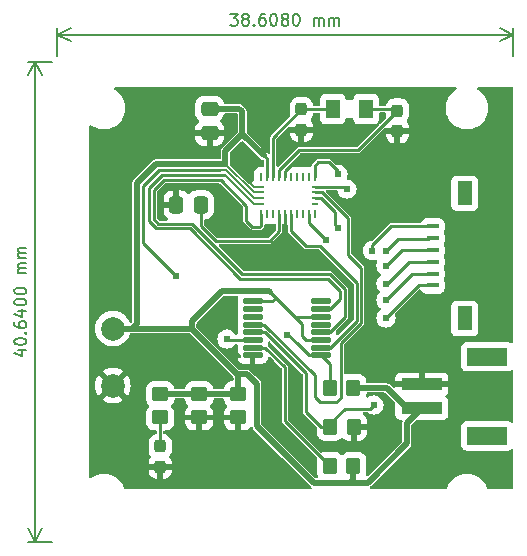
<source format=gtl>
%TF.GenerationSoftware,KiCad,Pcbnew,8.0.0*%
%TF.CreationDate,2024-03-04T00:48:55-06:00*%
%TF.ProjectId,InertialMeasurementUnitBoard,496e6572-7469-4616-9c4d-656173757265,rev?*%
%TF.SameCoordinates,Original*%
%TF.FileFunction,Copper,L1,Top*%
%TF.FilePolarity,Positive*%
%FSLAX46Y46*%
G04 Gerber Fmt 4.6, Leading zero omitted, Abs format (unit mm)*
G04 Created by KiCad (PCBNEW 8.0.0) date 2024-03-04 00:48:55*
%MOMM*%
%LPD*%
G01*
G04 APERTURE LIST*
G04 Aperture macros list*
%AMRoundRect*
0 Rectangle with rounded corners*
0 $1 Rounding radius*
0 $2 $3 $4 $5 $6 $7 $8 $9 X,Y pos of 4 corners*
0 Add a 4 corners polygon primitive as box body*
4,1,4,$2,$3,$4,$5,$6,$7,$8,$9,$2,$3,0*
0 Add four circle primitives for the rounded corners*
1,1,$1+$1,$2,$3*
1,1,$1+$1,$4,$5*
1,1,$1+$1,$6,$7*
1,1,$1+$1,$8,$9*
0 Add four rect primitives between the rounded corners*
20,1,$1+$1,$2,$3,$4,$5,0*
20,1,$1+$1,$4,$5,$6,$7,0*
20,1,$1+$1,$6,$7,$8,$9,0*
20,1,$1+$1,$8,$9,$2,$3,0*%
G04 Aperture macros list end*
%ADD10C,0.200000*%
%TA.AperFunction,NonConductor*%
%ADD11C,0.200000*%
%TD*%
%TA.AperFunction,SMDPad,CuDef*%
%ADD12R,1.168400X1.600200*%
%TD*%
%TA.AperFunction,SMDPad,CuDef*%
%ADD13RoundRect,0.250000X0.450000X-0.350000X0.450000X0.350000X-0.450000X0.350000X-0.450000X-0.350000X0*%
%TD*%
%TA.AperFunction,SMDPad,CuDef*%
%ADD14RoundRect,0.020500X-0.764500X-0.184500X0.764500X-0.184500X0.764500X0.184500X-0.764500X0.184500X0*%
%TD*%
%TA.AperFunction,ComponentPad*%
%ADD15C,2.000000*%
%TD*%
%TA.AperFunction,SMDPad,CuDef*%
%ADD16R,0.250000X0.675000*%
%TD*%
%TA.AperFunction,SMDPad,CuDef*%
%ADD17R,0.575000X0.250000*%
%TD*%
%TA.AperFunction,SMDPad,CuDef*%
%ADD18RoundRect,0.250000X-0.475000X0.337500X-0.475000X-0.337500X0.475000X-0.337500X0.475000X0.337500X0*%
%TD*%
%TA.AperFunction,SMDPad,CuDef*%
%ADD19RoundRect,0.250000X0.350000X0.450000X-0.350000X0.450000X-0.350000X-0.450000X0.350000X-0.450000X0*%
%TD*%
%TA.AperFunction,SMDPad,CuDef*%
%ADD20RoundRect,0.250000X-0.450000X0.350000X-0.450000X-0.350000X0.450000X-0.350000X0.450000X0.350000X0*%
%TD*%
%TA.AperFunction,SMDPad,CuDef*%
%ADD21RoundRect,0.250000X0.337500X0.475000X-0.337500X0.475000X-0.337500X-0.475000X0.337500X-0.475000X0*%
%TD*%
%TA.AperFunction,SMDPad,CuDef*%
%ADD22R,3.500000X1.000000*%
%TD*%
%TA.AperFunction,SMDPad,CuDef*%
%ADD23R,3.400000X1.500000*%
%TD*%
%TA.AperFunction,SMDPad,CuDef*%
%ADD24RoundRect,0.237500X0.237500X-0.287500X0.237500X0.287500X-0.237500X0.287500X-0.237500X-0.287500X0*%
%TD*%
%TA.AperFunction,SMDPad,CuDef*%
%ADD25RoundRect,0.237500X-0.237500X0.300000X-0.237500X-0.300000X0.237500X-0.300000X0.237500X0.300000X0*%
%TD*%
%TA.AperFunction,SMDPad,CuDef*%
%ADD26R,1.000000X0.400000*%
%TD*%
%TA.AperFunction,SMDPad,CuDef*%
%ADD27R,1.300000X2.000000*%
%TD*%
%TA.AperFunction,ViaPad*%
%ADD28C,0.610000*%
%TD*%
%TA.AperFunction,Conductor*%
%ADD29C,0.254000*%
%TD*%
%TA.AperFunction,Conductor*%
%ADD30C,0.203200*%
%TD*%
%TA.AperFunction,Conductor*%
%ADD31C,0.508000*%
%TD*%
G04 APERTURE END LIST*
D10*
D11*
X111030334Y-72039219D02*
X111649381Y-72039219D01*
X111649381Y-72039219D02*
X111316048Y-72420171D01*
X111316048Y-72420171D02*
X111458905Y-72420171D01*
X111458905Y-72420171D02*
X111554143Y-72467790D01*
X111554143Y-72467790D02*
X111601762Y-72515409D01*
X111601762Y-72515409D02*
X111649381Y-72610647D01*
X111649381Y-72610647D02*
X111649381Y-72848742D01*
X111649381Y-72848742D02*
X111601762Y-72943980D01*
X111601762Y-72943980D02*
X111554143Y-72991600D01*
X111554143Y-72991600D02*
X111458905Y-73039219D01*
X111458905Y-73039219D02*
X111173191Y-73039219D01*
X111173191Y-73039219D02*
X111077953Y-72991600D01*
X111077953Y-72991600D02*
X111030334Y-72943980D01*
X112220810Y-72467790D02*
X112125572Y-72420171D01*
X112125572Y-72420171D02*
X112077953Y-72372552D01*
X112077953Y-72372552D02*
X112030334Y-72277314D01*
X112030334Y-72277314D02*
X112030334Y-72229695D01*
X112030334Y-72229695D02*
X112077953Y-72134457D01*
X112077953Y-72134457D02*
X112125572Y-72086838D01*
X112125572Y-72086838D02*
X112220810Y-72039219D01*
X112220810Y-72039219D02*
X112411286Y-72039219D01*
X112411286Y-72039219D02*
X112506524Y-72086838D01*
X112506524Y-72086838D02*
X112554143Y-72134457D01*
X112554143Y-72134457D02*
X112601762Y-72229695D01*
X112601762Y-72229695D02*
X112601762Y-72277314D01*
X112601762Y-72277314D02*
X112554143Y-72372552D01*
X112554143Y-72372552D02*
X112506524Y-72420171D01*
X112506524Y-72420171D02*
X112411286Y-72467790D01*
X112411286Y-72467790D02*
X112220810Y-72467790D01*
X112220810Y-72467790D02*
X112125572Y-72515409D01*
X112125572Y-72515409D02*
X112077953Y-72563028D01*
X112077953Y-72563028D02*
X112030334Y-72658266D01*
X112030334Y-72658266D02*
X112030334Y-72848742D01*
X112030334Y-72848742D02*
X112077953Y-72943980D01*
X112077953Y-72943980D02*
X112125572Y-72991600D01*
X112125572Y-72991600D02*
X112220810Y-73039219D01*
X112220810Y-73039219D02*
X112411286Y-73039219D01*
X112411286Y-73039219D02*
X112506524Y-72991600D01*
X112506524Y-72991600D02*
X112554143Y-72943980D01*
X112554143Y-72943980D02*
X112601762Y-72848742D01*
X112601762Y-72848742D02*
X112601762Y-72658266D01*
X112601762Y-72658266D02*
X112554143Y-72563028D01*
X112554143Y-72563028D02*
X112506524Y-72515409D01*
X112506524Y-72515409D02*
X112411286Y-72467790D01*
X113030334Y-72943980D02*
X113077953Y-72991600D01*
X113077953Y-72991600D02*
X113030334Y-73039219D01*
X113030334Y-73039219D02*
X112982715Y-72991600D01*
X112982715Y-72991600D02*
X113030334Y-72943980D01*
X113030334Y-72943980D02*
X113030334Y-73039219D01*
X113935095Y-72039219D02*
X113744619Y-72039219D01*
X113744619Y-72039219D02*
X113649381Y-72086838D01*
X113649381Y-72086838D02*
X113601762Y-72134457D01*
X113601762Y-72134457D02*
X113506524Y-72277314D01*
X113506524Y-72277314D02*
X113458905Y-72467790D01*
X113458905Y-72467790D02*
X113458905Y-72848742D01*
X113458905Y-72848742D02*
X113506524Y-72943980D01*
X113506524Y-72943980D02*
X113554143Y-72991600D01*
X113554143Y-72991600D02*
X113649381Y-73039219D01*
X113649381Y-73039219D02*
X113839857Y-73039219D01*
X113839857Y-73039219D02*
X113935095Y-72991600D01*
X113935095Y-72991600D02*
X113982714Y-72943980D01*
X113982714Y-72943980D02*
X114030333Y-72848742D01*
X114030333Y-72848742D02*
X114030333Y-72610647D01*
X114030333Y-72610647D02*
X113982714Y-72515409D01*
X113982714Y-72515409D02*
X113935095Y-72467790D01*
X113935095Y-72467790D02*
X113839857Y-72420171D01*
X113839857Y-72420171D02*
X113649381Y-72420171D01*
X113649381Y-72420171D02*
X113554143Y-72467790D01*
X113554143Y-72467790D02*
X113506524Y-72515409D01*
X113506524Y-72515409D02*
X113458905Y-72610647D01*
X114649381Y-72039219D02*
X114744619Y-72039219D01*
X114744619Y-72039219D02*
X114839857Y-72086838D01*
X114839857Y-72086838D02*
X114887476Y-72134457D01*
X114887476Y-72134457D02*
X114935095Y-72229695D01*
X114935095Y-72229695D02*
X114982714Y-72420171D01*
X114982714Y-72420171D02*
X114982714Y-72658266D01*
X114982714Y-72658266D02*
X114935095Y-72848742D01*
X114935095Y-72848742D02*
X114887476Y-72943980D01*
X114887476Y-72943980D02*
X114839857Y-72991600D01*
X114839857Y-72991600D02*
X114744619Y-73039219D01*
X114744619Y-73039219D02*
X114649381Y-73039219D01*
X114649381Y-73039219D02*
X114554143Y-72991600D01*
X114554143Y-72991600D02*
X114506524Y-72943980D01*
X114506524Y-72943980D02*
X114458905Y-72848742D01*
X114458905Y-72848742D02*
X114411286Y-72658266D01*
X114411286Y-72658266D02*
X114411286Y-72420171D01*
X114411286Y-72420171D02*
X114458905Y-72229695D01*
X114458905Y-72229695D02*
X114506524Y-72134457D01*
X114506524Y-72134457D02*
X114554143Y-72086838D01*
X114554143Y-72086838D02*
X114649381Y-72039219D01*
X115554143Y-72467790D02*
X115458905Y-72420171D01*
X115458905Y-72420171D02*
X115411286Y-72372552D01*
X115411286Y-72372552D02*
X115363667Y-72277314D01*
X115363667Y-72277314D02*
X115363667Y-72229695D01*
X115363667Y-72229695D02*
X115411286Y-72134457D01*
X115411286Y-72134457D02*
X115458905Y-72086838D01*
X115458905Y-72086838D02*
X115554143Y-72039219D01*
X115554143Y-72039219D02*
X115744619Y-72039219D01*
X115744619Y-72039219D02*
X115839857Y-72086838D01*
X115839857Y-72086838D02*
X115887476Y-72134457D01*
X115887476Y-72134457D02*
X115935095Y-72229695D01*
X115935095Y-72229695D02*
X115935095Y-72277314D01*
X115935095Y-72277314D02*
X115887476Y-72372552D01*
X115887476Y-72372552D02*
X115839857Y-72420171D01*
X115839857Y-72420171D02*
X115744619Y-72467790D01*
X115744619Y-72467790D02*
X115554143Y-72467790D01*
X115554143Y-72467790D02*
X115458905Y-72515409D01*
X115458905Y-72515409D02*
X115411286Y-72563028D01*
X115411286Y-72563028D02*
X115363667Y-72658266D01*
X115363667Y-72658266D02*
X115363667Y-72848742D01*
X115363667Y-72848742D02*
X115411286Y-72943980D01*
X115411286Y-72943980D02*
X115458905Y-72991600D01*
X115458905Y-72991600D02*
X115554143Y-73039219D01*
X115554143Y-73039219D02*
X115744619Y-73039219D01*
X115744619Y-73039219D02*
X115839857Y-72991600D01*
X115839857Y-72991600D02*
X115887476Y-72943980D01*
X115887476Y-72943980D02*
X115935095Y-72848742D01*
X115935095Y-72848742D02*
X115935095Y-72658266D01*
X115935095Y-72658266D02*
X115887476Y-72563028D01*
X115887476Y-72563028D02*
X115839857Y-72515409D01*
X115839857Y-72515409D02*
X115744619Y-72467790D01*
X116554143Y-72039219D02*
X116649381Y-72039219D01*
X116649381Y-72039219D02*
X116744619Y-72086838D01*
X116744619Y-72086838D02*
X116792238Y-72134457D01*
X116792238Y-72134457D02*
X116839857Y-72229695D01*
X116839857Y-72229695D02*
X116887476Y-72420171D01*
X116887476Y-72420171D02*
X116887476Y-72658266D01*
X116887476Y-72658266D02*
X116839857Y-72848742D01*
X116839857Y-72848742D02*
X116792238Y-72943980D01*
X116792238Y-72943980D02*
X116744619Y-72991600D01*
X116744619Y-72991600D02*
X116649381Y-73039219D01*
X116649381Y-73039219D02*
X116554143Y-73039219D01*
X116554143Y-73039219D02*
X116458905Y-72991600D01*
X116458905Y-72991600D02*
X116411286Y-72943980D01*
X116411286Y-72943980D02*
X116363667Y-72848742D01*
X116363667Y-72848742D02*
X116316048Y-72658266D01*
X116316048Y-72658266D02*
X116316048Y-72420171D01*
X116316048Y-72420171D02*
X116363667Y-72229695D01*
X116363667Y-72229695D02*
X116411286Y-72134457D01*
X116411286Y-72134457D02*
X116458905Y-72086838D01*
X116458905Y-72086838D02*
X116554143Y-72039219D01*
X118077953Y-73039219D02*
X118077953Y-72372552D01*
X118077953Y-72467790D02*
X118125572Y-72420171D01*
X118125572Y-72420171D02*
X118220810Y-72372552D01*
X118220810Y-72372552D02*
X118363667Y-72372552D01*
X118363667Y-72372552D02*
X118458905Y-72420171D01*
X118458905Y-72420171D02*
X118506524Y-72515409D01*
X118506524Y-72515409D02*
X118506524Y-73039219D01*
X118506524Y-72515409D02*
X118554143Y-72420171D01*
X118554143Y-72420171D02*
X118649381Y-72372552D01*
X118649381Y-72372552D02*
X118792238Y-72372552D01*
X118792238Y-72372552D02*
X118887477Y-72420171D01*
X118887477Y-72420171D02*
X118935096Y-72515409D01*
X118935096Y-72515409D02*
X118935096Y-73039219D01*
X119411286Y-73039219D02*
X119411286Y-72372552D01*
X119411286Y-72467790D02*
X119458905Y-72420171D01*
X119458905Y-72420171D02*
X119554143Y-72372552D01*
X119554143Y-72372552D02*
X119697000Y-72372552D01*
X119697000Y-72372552D02*
X119792238Y-72420171D01*
X119792238Y-72420171D02*
X119839857Y-72515409D01*
X119839857Y-72515409D02*
X119839857Y-73039219D01*
X119839857Y-72515409D02*
X119887476Y-72420171D01*
X119887476Y-72420171D02*
X119982714Y-72372552D01*
X119982714Y-72372552D02*
X120125571Y-72372552D01*
X120125571Y-72372552D02*
X120220810Y-72420171D01*
X120220810Y-72420171D02*
X120268429Y-72515409D01*
X120268429Y-72515409D02*
X120268429Y-73039219D01*
X96393000Y-75573000D02*
X96393000Y-73200580D01*
X135001000Y-75573000D02*
X135001000Y-73200580D01*
X96393000Y-73787000D02*
X135001000Y-73787000D01*
X96393000Y-73787000D02*
X135001000Y-73787000D01*
X96393000Y-73787000D02*
X97519504Y-73200579D01*
X96393000Y-73787000D02*
X97519504Y-74373421D01*
X135001000Y-73787000D02*
X133874496Y-74373421D01*
X135001000Y-73787000D02*
X133874496Y-73200579D01*
D10*
D11*
X93073552Y-100535856D02*
X93740219Y-100535856D01*
X92692600Y-100773951D02*
X93406885Y-101012046D01*
X93406885Y-101012046D02*
X93406885Y-100392999D01*
X92740219Y-99821570D02*
X92740219Y-99726332D01*
X92740219Y-99726332D02*
X92787838Y-99631094D01*
X92787838Y-99631094D02*
X92835457Y-99583475D01*
X92835457Y-99583475D02*
X92930695Y-99535856D01*
X92930695Y-99535856D02*
X93121171Y-99488237D01*
X93121171Y-99488237D02*
X93359266Y-99488237D01*
X93359266Y-99488237D02*
X93549742Y-99535856D01*
X93549742Y-99535856D02*
X93644980Y-99583475D01*
X93644980Y-99583475D02*
X93692600Y-99631094D01*
X93692600Y-99631094D02*
X93740219Y-99726332D01*
X93740219Y-99726332D02*
X93740219Y-99821570D01*
X93740219Y-99821570D02*
X93692600Y-99916808D01*
X93692600Y-99916808D02*
X93644980Y-99964427D01*
X93644980Y-99964427D02*
X93549742Y-100012046D01*
X93549742Y-100012046D02*
X93359266Y-100059665D01*
X93359266Y-100059665D02*
X93121171Y-100059665D01*
X93121171Y-100059665D02*
X92930695Y-100012046D01*
X92930695Y-100012046D02*
X92835457Y-99964427D01*
X92835457Y-99964427D02*
X92787838Y-99916808D01*
X92787838Y-99916808D02*
X92740219Y-99821570D01*
X93644980Y-99059665D02*
X93692600Y-99012046D01*
X93692600Y-99012046D02*
X93740219Y-99059665D01*
X93740219Y-99059665D02*
X93692600Y-99107284D01*
X93692600Y-99107284D02*
X93644980Y-99059665D01*
X93644980Y-99059665D02*
X93740219Y-99059665D01*
X92740219Y-98154904D02*
X92740219Y-98345380D01*
X92740219Y-98345380D02*
X92787838Y-98440618D01*
X92787838Y-98440618D02*
X92835457Y-98488237D01*
X92835457Y-98488237D02*
X92978314Y-98583475D01*
X92978314Y-98583475D02*
X93168790Y-98631094D01*
X93168790Y-98631094D02*
X93549742Y-98631094D01*
X93549742Y-98631094D02*
X93644980Y-98583475D01*
X93644980Y-98583475D02*
X93692600Y-98535856D01*
X93692600Y-98535856D02*
X93740219Y-98440618D01*
X93740219Y-98440618D02*
X93740219Y-98250142D01*
X93740219Y-98250142D02*
X93692600Y-98154904D01*
X93692600Y-98154904D02*
X93644980Y-98107285D01*
X93644980Y-98107285D02*
X93549742Y-98059666D01*
X93549742Y-98059666D02*
X93311647Y-98059666D01*
X93311647Y-98059666D02*
X93216409Y-98107285D01*
X93216409Y-98107285D02*
X93168790Y-98154904D01*
X93168790Y-98154904D02*
X93121171Y-98250142D01*
X93121171Y-98250142D02*
X93121171Y-98440618D01*
X93121171Y-98440618D02*
X93168790Y-98535856D01*
X93168790Y-98535856D02*
X93216409Y-98583475D01*
X93216409Y-98583475D02*
X93311647Y-98631094D01*
X93073552Y-97202523D02*
X93740219Y-97202523D01*
X92692600Y-97440618D02*
X93406885Y-97678713D01*
X93406885Y-97678713D02*
X93406885Y-97059666D01*
X92740219Y-96488237D02*
X92740219Y-96392999D01*
X92740219Y-96392999D02*
X92787838Y-96297761D01*
X92787838Y-96297761D02*
X92835457Y-96250142D01*
X92835457Y-96250142D02*
X92930695Y-96202523D01*
X92930695Y-96202523D02*
X93121171Y-96154904D01*
X93121171Y-96154904D02*
X93359266Y-96154904D01*
X93359266Y-96154904D02*
X93549742Y-96202523D01*
X93549742Y-96202523D02*
X93644980Y-96250142D01*
X93644980Y-96250142D02*
X93692600Y-96297761D01*
X93692600Y-96297761D02*
X93740219Y-96392999D01*
X93740219Y-96392999D02*
X93740219Y-96488237D01*
X93740219Y-96488237D02*
X93692600Y-96583475D01*
X93692600Y-96583475D02*
X93644980Y-96631094D01*
X93644980Y-96631094D02*
X93549742Y-96678713D01*
X93549742Y-96678713D02*
X93359266Y-96726332D01*
X93359266Y-96726332D02*
X93121171Y-96726332D01*
X93121171Y-96726332D02*
X92930695Y-96678713D01*
X92930695Y-96678713D02*
X92835457Y-96631094D01*
X92835457Y-96631094D02*
X92787838Y-96583475D01*
X92787838Y-96583475D02*
X92740219Y-96488237D01*
X92740219Y-95535856D02*
X92740219Y-95440618D01*
X92740219Y-95440618D02*
X92787838Y-95345380D01*
X92787838Y-95345380D02*
X92835457Y-95297761D01*
X92835457Y-95297761D02*
X92930695Y-95250142D01*
X92930695Y-95250142D02*
X93121171Y-95202523D01*
X93121171Y-95202523D02*
X93359266Y-95202523D01*
X93359266Y-95202523D02*
X93549742Y-95250142D01*
X93549742Y-95250142D02*
X93644980Y-95297761D01*
X93644980Y-95297761D02*
X93692600Y-95345380D01*
X93692600Y-95345380D02*
X93740219Y-95440618D01*
X93740219Y-95440618D02*
X93740219Y-95535856D01*
X93740219Y-95535856D02*
X93692600Y-95631094D01*
X93692600Y-95631094D02*
X93644980Y-95678713D01*
X93644980Y-95678713D02*
X93549742Y-95726332D01*
X93549742Y-95726332D02*
X93359266Y-95773951D01*
X93359266Y-95773951D02*
X93121171Y-95773951D01*
X93121171Y-95773951D02*
X92930695Y-95726332D01*
X92930695Y-95726332D02*
X92835457Y-95678713D01*
X92835457Y-95678713D02*
X92787838Y-95631094D01*
X92787838Y-95631094D02*
X92740219Y-95535856D01*
X93740219Y-94012046D02*
X93073552Y-94012046D01*
X93168790Y-94012046D02*
X93121171Y-93964427D01*
X93121171Y-93964427D02*
X93073552Y-93869189D01*
X93073552Y-93869189D02*
X93073552Y-93726332D01*
X93073552Y-93726332D02*
X93121171Y-93631094D01*
X93121171Y-93631094D02*
X93216409Y-93583475D01*
X93216409Y-93583475D02*
X93740219Y-93583475D01*
X93216409Y-93583475D02*
X93121171Y-93535856D01*
X93121171Y-93535856D02*
X93073552Y-93440618D01*
X93073552Y-93440618D02*
X93073552Y-93297761D01*
X93073552Y-93297761D02*
X93121171Y-93202522D01*
X93121171Y-93202522D02*
X93216409Y-93154903D01*
X93216409Y-93154903D02*
X93740219Y-93154903D01*
X93740219Y-92678713D02*
X93073552Y-92678713D01*
X93168790Y-92678713D02*
X93121171Y-92631094D01*
X93121171Y-92631094D02*
X93073552Y-92535856D01*
X93073552Y-92535856D02*
X93073552Y-92392999D01*
X93073552Y-92392999D02*
X93121171Y-92297761D01*
X93121171Y-92297761D02*
X93216409Y-92250142D01*
X93216409Y-92250142D02*
X93740219Y-92250142D01*
X93216409Y-92250142D02*
X93121171Y-92202523D01*
X93121171Y-92202523D02*
X93073552Y-92107285D01*
X93073552Y-92107285D02*
X93073552Y-91964428D01*
X93073552Y-91964428D02*
X93121171Y-91869189D01*
X93121171Y-91869189D02*
X93216409Y-91821570D01*
X93216409Y-91821570D02*
X93740219Y-91821570D01*
X95893000Y-76073000D02*
X93901580Y-76073000D01*
X95893000Y-116713000D02*
X93901580Y-116713000D01*
X94488000Y-76073000D02*
X94488000Y-116713000D01*
X94488000Y-76073000D02*
X94488000Y-116713000D01*
X94488000Y-76073000D02*
X95074421Y-77199504D01*
X94488000Y-76073000D02*
X93901579Y-77199504D01*
X94488000Y-116713000D02*
X93901579Y-115586496D01*
X94488000Y-116713000D02*
X95074421Y-115586496D01*
D12*
%TO.P,X2,1,1*%
%TO.N,Net-(U2-XIN32)*%
X119692500Y-80078500D03*
%TO.P,X2,2,2*%
%TO.N,Net-(U2-CLKSEL1{slash}XOUT32)*%
X122537300Y-80078500D03*
%TD*%
D13*
%TO.P,R4,1*%
%TO.N,Net-(D1-A)*%
X105087500Y-106208500D03*
%TO.P,R4,2*%
%TO.N,+3.3V*%
X105087500Y-104208500D03*
%TD*%
D14*
%TO.P,U1,1,VCC*%
%TO.N,+3.3V*%
X112936500Y-96386500D03*
%TO.P,U1,2,1Y*%
%TO.N,unconnected-(U1-1Y-Pad2)*%
X112936500Y-97036500D03*
%TO.P,U1,3,1A*%
%TO.N,unconnected-(U1-1A-Pad3)*%
X112936500Y-97686500D03*
%TO.P,U1,4,2Y*%
%TO.N,/CS_N_BUF*%
X112936500Y-98336500D03*
%TO.P,U1,5,2A*%
%TO.N,/CS_N*%
X112936500Y-98986500D03*
%TO.P,U1,6,3Y*%
%TO.N,/BOOT_N_BUF*%
X112936500Y-99636500D03*
%TO.P,U1,7,3A*%
%TO.N,Net-(U1-3A)*%
X112936500Y-100286500D03*
%TO.P,U1,8,GND*%
%TO.N,GND*%
X112936500Y-100936500D03*
%TO.P,U1,9,4A*%
%TO.N,/RST_N*%
X118676500Y-100936500D03*
%TO.P,U1,10,4Y*%
%TO.N,/RST_N_BUF*%
X118676500Y-100286500D03*
%TO.P,U1,11,5A*%
%TO.N,+3.3V*%
X118676500Y-99636500D03*
%TO.P,U1,12,5Y*%
%TO.N,/PS0_BUF*%
X118676500Y-98986500D03*
%TO.P,U1,13,NC_13*%
%TO.N,unconnected-(U1-NC_13-Pad13)*%
X118676500Y-98336500D03*
%TO.P,U1,14,6A*%
%TO.N,+3.3V*%
X118676500Y-97686500D03*
%TO.P,U1,15,6Y*%
%TO.N,/PS1_BUF*%
X118676500Y-97036500D03*
%TO.P,U1,16,NC_16*%
%TO.N,unconnected-(U1-NC_16-Pad16)*%
X118676500Y-96386500D03*
%TD*%
D15*
%TO.P,GND1,1,1*%
%TO.N,GND*%
X101092000Y-103505000D03*
%TD*%
D16*
%TO.P,U2,1*%
%TO.N,N/C*%
X113668500Y-85843500D03*
D17*
%TO.P,U2,2,GND*%
%TO.N,GND*%
X113606000Y-86656000D03*
%TO.P,U2,3,VDD*%
%TO.N,+3.3V*%
X113606000Y-87156000D03*
%TO.P,U2,4,BOOTN*%
%TO.N,/BOOT_N_BUF*%
X113606000Y-87656000D03*
%TO.P,U2,5,PS1*%
%TO.N,/PS1_BUF*%
X113606000Y-88156000D03*
D16*
%TO.P,U2,6,PS0/WAKE*%
%TO.N,/PS0_BUF*%
X113668500Y-88968500D03*
%TO.P,U2,7*%
%TO.N,N/C*%
X114168500Y-88968500D03*
%TO.P,U2,8*%
X114668500Y-88968500D03*
%TO.P,U2,9,CAP*%
%TO.N,Net-(U2-CAP)*%
X115168500Y-88968500D03*
%TO.P,U2,10,CLKSEL0*%
%TO.N,GND*%
X115668500Y-88968500D03*
%TO.P,U2,11,NRST*%
%TO.N,/RST_N_BUF*%
X116168500Y-88968500D03*
%TO.P,U2,12*%
%TO.N,N/C*%
X116668500Y-88968500D03*
%TO.P,U2,13*%
X117168500Y-88968500D03*
%TO.P,U2,14,H_INTN*%
%TO.N,/INT_N*%
X117668500Y-88968500D03*
%TO.P,U2,15,S_SCL*%
%TO.N,unconnected-(U2-S_SCL-Pad15)*%
X118168500Y-88968500D03*
D17*
%TO.P,U2,16,S_SDA*%
%TO.N,unconnected-(U2-S_SDA-Pad16)*%
X118231000Y-88156000D03*
%TO.P,U2,17,H_SA0/MOSI*%
%TO.N,/MOSI*%
X118231000Y-87656000D03*
%TO.P,U2,18,H_CSN*%
%TO.N,/CS_N_BUF*%
X118231000Y-87156000D03*
%TO.P,U2,19,H_SCL/SCLK/RX*%
%TO.N,/SCLK*%
X118231000Y-86656000D03*
D16*
%TO.P,U2,20,H_SDA/MISO/TX*%
%TO.N,/MISO*%
X118168500Y-85843500D03*
%TO.P,U2,21*%
%TO.N,N/C*%
X117668500Y-85843500D03*
%TO.P,U2,22*%
X117168500Y-85843500D03*
%TO.P,U2,23*%
X116668500Y-85843500D03*
%TO.P,U2,24*%
X116168500Y-85843500D03*
%TO.P,U2,25,GNDIO*%
%TO.N,GND*%
X115668500Y-85843500D03*
%TO.P,U2,26,CLKSEL1/XOUT32*%
%TO.N,Net-(U2-CLKSEL1{slash}XOUT32)*%
X115168500Y-85843500D03*
%TO.P,U2,27,XIN32*%
%TO.N,Net-(U2-XIN32)*%
X114668500Y-85843500D03*
%TO.P,U2,28,VDDIO*%
%TO.N,+3.3V*%
X114168500Y-85843500D03*
%TD*%
D15*
%TO.P,VDD1,1,1*%
%TO.N,+3.3V*%
X101092000Y-98679000D03*
%TD*%
D18*
%TO.P,C2,1*%
%TO.N,+3.3V*%
X109278500Y-80057000D03*
%TO.P,C2,2*%
%TO.N,GND*%
X109278500Y-82132000D03*
%TD*%
D19*
%TO.P,R5,1*%
%TO.N,GND*%
X121470500Y-107002500D03*
%TO.P,R5,2*%
%TO.N,/CS_N*%
X119470500Y-107002500D03*
%TD*%
D20*
%TO.P,R6,1*%
%TO.N,+3.3V*%
X108389500Y-104208500D03*
%TO.P,R6,2*%
%TO.N,GND*%
X108389500Y-106208500D03*
%TD*%
D21*
%TO.P,C3,1*%
%TO.N,Net-(U2-CAP)*%
X108538000Y-88206500D03*
%TO.P,C3,2*%
%TO.N,GND*%
X106463000Y-88206500D03*
%TD*%
D22*
%TO.P,J1,1,1*%
%TO.N,+3.3V*%
X127234000Y-105404000D03*
%TO.P,J1,2,2*%
%TO.N,GND*%
X127234000Y-103404000D03*
D23*
%TO.P,J1,3*%
%TO.N,N/C*%
X132784000Y-107754000D03*
%TO.P,J1,4*%
X132784000Y-101054000D03*
%TD*%
D24*
%TO.P,D1,1,K*%
%TO.N,GND*%
X105087500Y-110401500D03*
%TO.P,D1,2,A*%
%TO.N,Net-(D1-A)*%
X105087500Y-108651500D03*
%TD*%
D25*
%TO.P,C5,1*%
%TO.N,Net-(U2-CLKSEL1{slash}XOUT32)*%
X125178900Y-80232000D03*
%TO.P,C5,2*%
%TO.N,GND*%
X125178900Y-81957000D03*
%TD*%
D19*
%TO.P,R3,1*%
%TO.N,+3.3V*%
X121454500Y-110304500D03*
%TO.P,R3,2*%
%TO.N,Net-(U1-3A)*%
X119454500Y-110304500D03*
%TD*%
D26*
%TO.P,J2,1,1*%
%TO.N,/MOSI*%
X128164500Y-95024500D03*
%TO.P,J2,2,2*%
%TO.N,/MISO*%
X128164500Y-94024500D03*
%TO.P,J2,3,3*%
%TO.N,/SCLK*%
X128164500Y-93024499D03*
%TO.P,J2,4,4*%
%TO.N,/CS_N*%
X128164500Y-92024501D03*
%TO.P,J2,5,5*%
%TO.N,/INT_N*%
X128164500Y-91024500D03*
%TO.P,J2,6,6*%
%TO.N,/RST_N*%
X128164500Y-90024500D03*
D27*
%TO.P,J2,P1,P1*%
%TO.N,unconnected-(J2-PadP1)*%
X130864499Y-97824495D03*
%TO.P,J2,P2,P2*%
%TO.N,unconnected-(J2-PadP2)*%
X130864499Y-87224505D03*
%TD*%
D19*
%TO.P,R2,1*%
%TO.N,+3.3V*%
X121454500Y-103700500D03*
%TO.P,R2,2*%
%TO.N,/RST_N*%
X119454500Y-103700500D03*
%TD*%
D20*
%TO.P,R1,1*%
%TO.N,+3.3V*%
X111691500Y-104208500D03*
%TO.P,R1,2*%
%TO.N,GND*%
X111691500Y-106208500D03*
%TD*%
D25*
%TO.P,C4,1*%
%TO.N,Net-(U2-XIN32)*%
X117050900Y-80131500D03*
%TO.P,C4,2*%
%TO.N,GND*%
X117050900Y-81856500D03*
%TD*%
D28*
%TO.N,GND*%
X114300000Y-105156000D03*
X124206000Y-84963000D03*
X115570000Y-83312000D03*
X114808000Y-92329000D03*
X116586000Y-105156000D03*
X111379000Y-84455000D03*
X124841000Y-100584000D03*
X109947721Y-110142448D03*
X117348000Y-84455000D03*
X111379000Y-89662000D03*
X104825800Y-82854800D03*
%TO.N,/CS_N*%
X124206000Y-93345000D03*
X123190000Y-105156000D03*
%TO.N,/BOOT_N_BUF*%
X106426000Y-94234000D03*
X110744000Y-99568000D03*
%TO.N,/RST_N*%
X115824000Y-99187000D03*
X123063000Y-92075000D03*
%TO.N,/MOSI*%
X120142000Y-90170000D03*
X124206000Y-97790000D03*
%TO.N,/INT_N*%
X124206000Y-92075000D03*
X119126000Y-91186000D03*
%TO.N,/SCLK*%
X120904000Y-86868000D03*
X124206000Y-94869000D03*
%TO.N,/MISO*%
X120142000Y-85598000D03*
X124206000Y-96266000D03*
%TD*%
D29*
%TO.N,GND*%
X115668500Y-85302800D02*
X116516300Y-84455000D01*
X117348000Y-84455000D02*
X117221000Y-84455000D01*
X115668500Y-85843500D02*
X115668500Y-85302800D01*
D30*
X111379000Y-84455000D02*
X111379000Y-84963000D01*
X111379000Y-84963000D02*
X113072000Y-86656000D01*
D29*
X116516300Y-84455000D02*
X117348000Y-84455000D01*
X115668500Y-91468500D02*
X115668500Y-88968500D01*
D30*
X113072000Y-86656000D02*
X113606000Y-86656000D01*
D29*
X114808000Y-92329000D02*
X115668500Y-91468500D01*
%TO.N,+3.3V*%
X111564500Y-102547500D02*
X111691500Y-102547500D01*
D31*
X111797000Y-80057000D02*
X109278500Y-80057000D01*
X121454500Y-111463500D02*
X121183400Y-111734600D01*
X120446800Y-111734600D02*
X118084600Y-111734600D01*
D29*
X107696000Y-98679000D02*
X107764500Y-98747500D01*
X114168500Y-85843500D02*
X114168500Y-84348900D01*
X114866500Y-96080500D02*
X114560500Y-96386500D01*
D31*
X112453500Y-102547500D02*
X111691500Y-102547500D01*
D29*
X107764500Y-98620500D02*
X107764500Y-98747500D01*
X114560500Y-96386500D02*
X112936500Y-96386500D01*
D31*
X107764500Y-98067500D02*
X110328000Y-95504000D01*
D29*
X117094000Y-98298000D02*
X117094000Y-99324000D01*
D31*
X121454500Y-110304500D02*
X121454500Y-111463500D01*
X112039400Y-82219800D02*
X112039400Y-80299400D01*
D29*
X116527500Y-97686500D02*
X118676500Y-97686500D01*
X116472500Y-97686500D02*
X116527500Y-97686500D01*
D31*
X110617000Y-83642200D02*
X112039400Y-82219800D01*
X104775000Y-84709000D02*
X110617000Y-84709000D01*
X105087500Y-104208500D02*
X108389500Y-104208500D01*
X125984000Y-106654000D02*
X125984000Y-108407200D01*
X121454500Y-103700500D02*
X124280500Y-103700500D01*
X107764500Y-98747500D02*
X111564500Y-102547500D01*
X121183400Y-111734600D02*
X120446800Y-111734600D01*
X127234000Y-105404000D02*
X125984000Y-106654000D01*
X112039400Y-80299400D02*
X111797000Y-80057000D01*
X124280500Y-103700500D02*
X125984000Y-105404000D01*
X102743000Y-98679000D02*
X107696000Y-98679000D01*
D29*
X114358500Y-95572500D02*
X114866500Y-96080500D01*
D31*
X113284000Y-103378000D02*
X112453500Y-102547500D01*
D29*
X121454500Y-111463500D02*
X121412000Y-111506000D01*
X114168500Y-84348900D02*
X113842800Y-84023200D01*
D31*
X125984000Y-105404000D02*
X127234000Y-105404000D01*
X114290000Y-95504000D02*
X114358500Y-95572500D01*
X102743000Y-98679000D02*
X101092000Y-98679000D01*
D29*
X114866500Y-96080500D02*
X116472500Y-97686500D01*
D31*
X112039400Y-82219800D02*
X113842800Y-84023200D01*
X111691500Y-102547500D02*
X111691500Y-104208500D01*
X122656600Y-111734600D02*
X120446800Y-111734600D01*
X110617000Y-84709000D02*
X110617000Y-83642200D01*
X107764500Y-98620500D02*
X107764500Y-98067500D01*
D30*
X110617000Y-84709000D02*
X113064000Y-87156000D01*
D31*
X103124000Y-98298000D02*
X103124000Y-86360000D01*
D29*
X117094000Y-99324000D02*
X117406500Y-99636500D01*
D31*
X108389500Y-104208500D02*
X111691500Y-104208500D01*
D29*
X116472500Y-97686500D02*
X116482500Y-97686500D01*
D31*
X110328000Y-95504000D02*
X114290000Y-95504000D01*
D30*
X113064000Y-87156000D02*
X113606000Y-87156000D01*
D31*
X102743000Y-98679000D02*
X103124000Y-98298000D01*
D29*
X117406500Y-99636500D02*
X118676500Y-99636500D01*
D31*
X103124000Y-86360000D02*
X104775000Y-84709000D01*
X125984000Y-108407200D02*
X122656600Y-111734600D01*
X118084600Y-111734600D02*
X113284000Y-106934000D01*
X113284000Y-106934000D02*
X113284000Y-103378000D01*
D29*
X116482500Y-97686500D02*
X117094000Y-98298000D01*
%TO.N,Net-(U2-CAP)*%
X108538000Y-88206500D02*
X108538000Y-90006000D01*
X114358500Y-91254500D02*
X115168500Y-90444500D01*
X108538000Y-90006000D02*
X109786500Y-91254500D01*
X109786500Y-91254500D02*
X114358500Y-91254500D01*
X115168500Y-90444500D02*
X115168500Y-88968500D01*
%TO.N,Net-(U2-XIN32)*%
X117050900Y-80131500D02*
X119639500Y-80131500D01*
X119639500Y-80131500D02*
X119692500Y-80078500D01*
X117050900Y-80131500D02*
X114668500Y-82513900D01*
X114668500Y-82513900D02*
X114668500Y-85843500D01*
%TO.N,Net-(U2-CLKSEL1{slash}XOUT32)*%
X121819500Y-83591400D02*
X125178900Y-80232000D01*
X122537300Y-80078500D02*
X125025400Y-80078500D01*
X116840000Y-83591400D02*
X121819500Y-83591400D01*
X115168500Y-85262900D02*
X116840000Y-83591400D01*
X125025400Y-80078500D02*
X125178900Y-80232000D01*
X115168500Y-85843500D02*
X115168500Y-85262900D01*
%TO.N,Net-(D1-A)*%
X105087500Y-108651500D02*
X105087500Y-106208500D01*
%TO.N,Net-(U1-3A)*%
X115628500Y-106478500D02*
X115628500Y-101922500D01*
X113992500Y-100286500D02*
X112936500Y-100286500D01*
X115628500Y-101922500D02*
X113992500Y-100286500D01*
X119454500Y-110304500D02*
X115628500Y-106478500D01*
%TO.N,/CS_N*%
X125526499Y-92024501D02*
X128164500Y-92024501D01*
X122867500Y-105478500D02*
X123190000Y-105156000D01*
X124206000Y-93345000D02*
X125526499Y-92024501D01*
X118676500Y-107002500D02*
X117406500Y-105732500D01*
X117406500Y-105732500D02*
X117406500Y-102420500D01*
X119470500Y-106716500D02*
X120708500Y-105478500D01*
X119470500Y-106716500D02*
X119470500Y-107002500D01*
X117406500Y-102420500D02*
X113972500Y-98986500D01*
X113972500Y-98986500D02*
X112936500Y-98986500D01*
X119470500Y-107002500D02*
X118676500Y-107002500D01*
X120708500Y-105478500D02*
X122867500Y-105478500D01*
%TO.N,/BOOT_N_BUF*%
X110802500Y-99626500D02*
X110744000Y-99568000D01*
X110159800Y-85227937D02*
X105018063Y-85227937D01*
D30*
X110627937Y-85227937D02*
X113056000Y-87656000D01*
D29*
X112936500Y-99636500D02*
X111818500Y-99636500D01*
D30*
X110159800Y-85227937D02*
X110627937Y-85227937D01*
D29*
X111818500Y-99636500D02*
X110802500Y-99636500D01*
X103632000Y-91440000D02*
X106426000Y-94234000D01*
X103632000Y-86614000D02*
X103632000Y-91440000D01*
X110802500Y-99636500D02*
X110802500Y-99626500D01*
D30*
X113056000Y-87656000D02*
X113606000Y-87656000D01*
D29*
X105018063Y-85227937D02*
X103632000Y-86614000D01*
%TO.N,/RST_N_BUF*%
X121724500Y-94800500D02*
X121724500Y-98023499D01*
X116168500Y-88968500D02*
X116168500Y-90387500D01*
X116168500Y-90387500D02*
X117475000Y-91694000D01*
X118618000Y-91694000D02*
X121724500Y-94800500D01*
X121724500Y-98023499D02*
X119461499Y-100286500D01*
X119461499Y-100286500D02*
X118676500Y-100286500D01*
X117475000Y-91694000D02*
X118618000Y-91694000D01*
%TO.N,/CS_N_BUF*%
X118231000Y-87156000D02*
X118829800Y-87156000D01*
X121031000Y-89357200D02*
X121031000Y-92456000D01*
X120396000Y-99898200D02*
X120396000Y-104521000D01*
X120015000Y-104902000D02*
X118618000Y-104902000D01*
X121031000Y-92456000D02*
X122123200Y-93548200D01*
X120396000Y-104521000D02*
X120015000Y-104902000D01*
X122123200Y-98171000D02*
X120396000Y-99898200D01*
X122123200Y-93548200D02*
X122123200Y-98171000D01*
X118829800Y-87156000D02*
X121031000Y-89357200D01*
X118168500Y-104452500D02*
X118168500Y-102587930D01*
X113917070Y-98336500D02*
X112936500Y-98336500D01*
X118168500Y-102587930D02*
X113917070Y-98336500D01*
X118618000Y-104902000D02*
X118168500Y-104452500D01*
%TO.N,/RST_N*%
X115824000Y-99187000D02*
X115941000Y-99187000D01*
X115941000Y-99187000D02*
X116644500Y-99890500D01*
X119454500Y-101714500D02*
X118676500Y-100936500D01*
X123063000Y-91567000D02*
X124605500Y-90024500D01*
X124605500Y-90024500D02*
X128164500Y-90024500D01*
X118676500Y-100936500D02*
X117690500Y-100936500D01*
X119454500Y-103700500D02*
X119454500Y-101714500D01*
X123063000Y-92075000D02*
X123063000Y-91567000D01*
X117690500Y-100936500D02*
X116644500Y-99890500D01*
%TO.N,/PS1_BUF*%
X104749600Y-90170000D02*
X104114600Y-89535000D01*
X120319800Y-95504000D02*
X119278400Y-94462600D01*
X120319800Y-96215200D02*
X120319800Y-95504000D01*
X107590374Y-90170000D02*
X104749600Y-90170000D01*
X119278400Y-94462600D02*
X111882974Y-94462600D01*
X118676500Y-97036500D02*
X119498500Y-97036500D01*
X105232200Y-85699600D02*
X110540800Y-85699600D01*
D30*
X112997200Y-88156000D02*
X113606000Y-88156000D01*
D29*
X119498500Y-97036500D02*
X120319800Y-96215200D01*
X111882974Y-94462600D02*
X107590374Y-90170000D01*
X104114600Y-89535000D02*
X104114600Y-86817200D01*
X104114600Y-86817200D02*
X105232200Y-85699600D01*
D30*
X110540800Y-85699600D02*
X112997200Y-88156000D01*
D29*
%TO.N,/MOSI*%
X128164500Y-95024500D02*
X128464500Y-95024500D01*
X119888000Y-88822300D02*
X118721700Y-87656000D01*
X119888000Y-89916000D02*
X119888000Y-88822300D01*
X126971500Y-95024500D02*
X128164500Y-95024500D01*
X118721700Y-87656000D02*
X118231000Y-87656000D01*
X124206000Y-97790000D02*
X126971500Y-95024500D01*
X120142000Y-90170000D02*
X119888000Y-89916000D01*
%TO.N,/INT_N*%
X128164500Y-91024500D02*
X127864500Y-91024500D01*
X124206000Y-92075000D02*
X125222000Y-91059000D01*
X117668500Y-89728500D02*
X117668500Y-88968500D01*
X125222000Y-91059000D02*
X127830000Y-91059000D01*
X119126000Y-91186000D02*
X117668500Y-89728500D01*
%TO.N,/SCLK*%
X118231000Y-86656000D02*
X120692000Y-86656000D01*
X128164500Y-93024499D02*
X128464500Y-93024499D01*
X120692000Y-86656000D02*
X120904000Y-86868000D01*
X126177501Y-93024499D02*
X128164500Y-93024499D01*
X124333000Y-94869000D02*
X126177501Y-93024499D01*
X124206000Y-94869000D02*
X124333000Y-94869000D01*
%TO.N,/MISO*%
X119380000Y-84582000D02*
X120142000Y-85344000D01*
X120142000Y-85344000D02*
X120142000Y-85598000D01*
X126447500Y-94024500D02*
X128164500Y-94024500D01*
X118168500Y-84904500D02*
X118491000Y-84582000D01*
X118491000Y-84582000D02*
X119380000Y-84582000D01*
X124206000Y-96266000D02*
X126447500Y-94024500D01*
X118168500Y-85843500D02*
X118168500Y-84904500D01*
X128164500Y-94024500D02*
X128464500Y-94024500D01*
%TO.N,/PS0_BUF*%
X112031700Y-94048500D02*
X119438500Y-94048500D01*
X110262790Y-86131400D02*
X105410000Y-86131400D01*
X113665000Y-89662000D02*
X113668500Y-89658500D01*
X112903000Y-90043000D02*
X113538000Y-90043000D01*
X113665000Y-89916000D02*
X113665000Y-89662000D01*
X113668500Y-89658500D02*
X113668500Y-88968500D01*
X105410000Y-86131400D02*
X104571800Y-86969600D01*
X119461499Y-98986500D02*
X118676500Y-98986500D01*
X112395000Y-89535000D02*
X112903000Y-90043000D01*
X104571800Y-89443788D02*
X104917012Y-89789000D01*
X120708500Y-95318500D02*
X120708500Y-97739499D01*
X119438500Y-94048500D02*
X120708500Y-95318500D01*
X112395000Y-88263610D02*
X110262790Y-86131400D01*
X107772200Y-89789000D02*
X112031700Y-94048500D01*
X112395000Y-89535000D02*
X112395000Y-88263610D01*
X120708500Y-97739499D02*
X119461499Y-98986500D01*
X104571800Y-86969600D02*
X104571800Y-89443788D01*
X113538000Y-90043000D02*
X113665000Y-89916000D01*
X104917012Y-89789000D02*
X107772200Y-89789000D01*
%TD*%
%TA.AperFunction,Conductor*%
%TO.N,GND*%
G36*
X130146852Y-78251685D02*
G01*
X130192607Y-78304489D01*
X130202551Y-78373647D01*
X130173526Y-78437203D01*
X130141815Y-78463385D01*
X130061550Y-78509727D01*
X130061547Y-78509728D01*
X130061542Y-78509732D01*
X129874302Y-78653406D01*
X129874295Y-78653412D01*
X129707412Y-78820295D01*
X129707406Y-78820302D01*
X129563730Y-79007545D01*
X129445719Y-79211943D01*
X129445714Y-79211954D01*
X129355394Y-79430006D01*
X129294306Y-79657989D01*
X129263501Y-79891979D01*
X129263500Y-79891995D01*
X129263500Y-80128004D01*
X129263501Y-80128020D01*
X129293078Y-80352685D01*
X129294307Y-80362014D01*
X129326103Y-80480677D01*
X129355394Y-80589993D01*
X129445714Y-80808045D01*
X129445719Y-80808056D01*
X129494387Y-80892350D01*
X129563727Y-81012450D01*
X129563729Y-81012453D01*
X129563730Y-81012454D01*
X129707406Y-81199697D01*
X129707412Y-81199704D01*
X129874295Y-81366587D01*
X129874302Y-81366593D01*
X129896224Y-81383414D01*
X130061550Y-81510273D01*
X130192918Y-81586118D01*
X130265943Y-81628280D01*
X130265948Y-81628282D01*
X130265951Y-81628284D01*
X130484007Y-81718606D01*
X130711986Y-81779693D01*
X130945989Y-81810500D01*
X130945996Y-81810500D01*
X131182004Y-81810500D01*
X131182011Y-81810500D01*
X131416014Y-81779693D01*
X131643993Y-81718606D01*
X131862049Y-81628284D01*
X132066450Y-81510273D01*
X132253699Y-81366592D01*
X132420592Y-81199699D01*
X132564273Y-81012450D01*
X132682284Y-80808049D01*
X132772606Y-80589993D01*
X132833693Y-80362014D01*
X132864500Y-80128011D01*
X132864500Y-79891989D01*
X132833693Y-79657986D01*
X132772606Y-79430007D01*
X132682284Y-79211951D01*
X132682282Y-79211948D01*
X132682280Y-79211943D01*
X132619857Y-79103825D01*
X132564273Y-79007550D01*
X132420592Y-78820301D01*
X132420587Y-78820295D01*
X132253704Y-78653412D01*
X132253697Y-78653406D01*
X132066457Y-78509732D01*
X132066455Y-78509730D01*
X132066450Y-78509727D01*
X131986185Y-78463385D01*
X131937971Y-78412819D01*
X131924749Y-78344212D01*
X131950717Y-78279348D01*
X132007631Y-78238820D01*
X132048187Y-78232000D01*
X134877000Y-78232000D01*
X134944039Y-78251685D01*
X134989794Y-78304489D01*
X135001000Y-78356000D01*
X135001000Y-99818099D01*
X134981315Y-99885138D01*
X134928511Y-99930893D01*
X134859353Y-99940837D01*
X134802689Y-99917365D01*
X134726335Y-99860206D01*
X134726328Y-99860202D01*
X134591482Y-99809908D01*
X134591483Y-99809908D01*
X134531883Y-99803501D01*
X134531881Y-99803500D01*
X134531873Y-99803500D01*
X134531864Y-99803500D01*
X131036129Y-99803500D01*
X131036123Y-99803501D01*
X130976516Y-99809908D01*
X130841671Y-99860202D01*
X130841664Y-99860206D01*
X130726455Y-99946452D01*
X130726452Y-99946455D01*
X130640206Y-100061664D01*
X130640202Y-100061671D01*
X130589908Y-100196517D01*
X130583501Y-100256116D01*
X130583500Y-100256135D01*
X130583500Y-101851870D01*
X130583501Y-101851876D01*
X130589908Y-101911483D01*
X130640202Y-102046328D01*
X130640206Y-102046335D01*
X130726452Y-102161544D01*
X130726455Y-102161547D01*
X130841664Y-102247793D01*
X130841671Y-102247797D01*
X130976517Y-102298091D01*
X130976516Y-102298091D01*
X130983444Y-102298835D01*
X131036127Y-102304500D01*
X134531872Y-102304499D01*
X134591483Y-102298091D01*
X134726331Y-102247796D01*
X134802690Y-102190632D01*
X134868152Y-102166216D01*
X134936425Y-102181067D01*
X134985831Y-102230471D01*
X135001000Y-102289900D01*
X135001000Y-106518099D01*
X134981315Y-106585138D01*
X134928511Y-106630893D01*
X134859353Y-106640837D01*
X134802689Y-106617365D01*
X134726335Y-106560206D01*
X134726328Y-106560202D01*
X134591482Y-106509908D01*
X134591483Y-106509908D01*
X134531883Y-106503501D01*
X134531881Y-106503500D01*
X134531873Y-106503500D01*
X134531864Y-106503500D01*
X131036129Y-106503500D01*
X131036123Y-106503501D01*
X130976516Y-106509908D01*
X130841671Y-106560202D01*
X130841664Y-106560206D01*
X130726455Y-106646452D01*
X130726452Y-106646455D01*
X130640206Y-106761664D01*
X130640202Y-106761671D01*
X130589908Y-106896517D01*
X130583501Y-106956116D01*
X130583500Y-106956135D01*
X130583500Y-108551870D01*
X130583501Y-108551876D01*
X130589908Y-108611483D01*
X130640202Y-108746328D01*
X130640206Y-108746335D01*
X130726452Y-108861544D01*
X130726455Y-108861547D01*
X130841664Y-108947793D01*
X130841671Y-108947797D01*
X130976517Y-108998091D01*
X130976516Y-108998091D01*
X130983444Y-108998835D01*
X131036127Y-109004500D01*
X134531872Y-109004499D01*
X134591483Y-108998091D01*
X134726331Y-108947796D01*
X134802690Y-108890632D01*
X134868152Y-108866216D01*
X134936425Y-108881067D01*
X134985831Y-108930471D01*
X135001000Y-108989900D01*
X135001000Y-112144000D01*
X134981315Y-112211039D01*
X134928511Y-112256794D01*
X134877000Y-112268000D01*
X132885280Y-112268000D01*
X132818241Y-112248315D01*
X132772486Y-112195511D01*
X132770719Y-112191452D01*
X132682288Y-111977959D01*
X132682280Y-111977943D01*
X132640118Y-111904918D01*
X132564273Y-111773550D01*
X132420592Y-111586301D01*
X132420587Y-111586295D01*
X132253704Y-111419412D01*
X132253697Y-111419406D01*
X132066454Y-111275730D01*
X132066453Y-111275729D01*
X132066450Y-111275727D01*
X131984957Y-111228677D01*
X131862056Y-111157719D01*
X131862045Y-111157714D01*
X131643993Y-111067394D01*
X131416010Y-111006306D01*
X131182020Y-110975501D01*
X131182017Y-110975500D01*
X131182011Y-110975500D01*
X130945989Y-110975500D01*
X130945983Y-110975500D01*
X130945979Y-110975501D01*
X130711989Y-111006306D01*
X130484006Y-111067394D01*
X130265954Y-111157714D01*
X130265943Y-111157719D01*
X130061545Y-111275730D01*
X129874302Y-111419406D01*
X129874295Y-111419412D01*
X129707412Y-111586295D01*
X129707406Y-111586302D01*
X129563730Y-111773545D01*
X129445719Y-111977943D01*
X129445711Y-111977959D01*
X129357281Y-112191452D01*
X129313440Y-112245856D01*
X129247146Y-112267921D01*
X129242720Y-112268000D01*
X122958499Y-112268000D01*
X122891460Y-112248315D01*
X122845705Y-112195511D01*
X122835761Y-112126353D01*
X122864786Y-112062797D01*
X122885232Y-112045916D01*
X122884396Y-112044826D01*
X122890840Y-112039879D01*
X122890847Y-112039876D01*
X122961876Y-111968847D01*
X126289276Y-108641447D01*
X126339501Y-108554454D01*
X126365500Y-108457425D01*
X126365500Y-106863384D01*
X126385185Y-106796345D01*
X126401815Y-106775707D01*
X126736704Y-106440817D01*
X126798027Y-106407333D01*
X126824385Y-106404499D01*
X129031871Y-106404499D01*
X129031872Y-106404499D01*
X129091483Y-106398091D01*
X129226331Y-106347796D01*
X129341546Y-106261546D01*
X129427796Y-106146331D01*
X129478091Y-106011483D01*
X129484500Y-105951873D01*
X129484499Y-104856128D01*
X129478091Y-104796517D01*
X129469534Y-104773575D01*
X129427797Y-104661671D01*
X129427793Y-104661664D01*
X129341547Y-104546455D01*
X129283437Y-104502953D01*
X129241567Y-104447019D01*
X129236583Y-104377327D01*
X129270069Y-104316004D01*
X129283439Y-104304420D01*
X129341189Y-104261188D01*
X129341190Y-104261187D01*
X129427350Y-104146093D01*
X129427354Y-104146086D01*
X129477596Y-104011379D01*
X129477598Y-104011372D01*
X129483999Y-103951844D01*
X129484000Y-103951827D01*
X129484000Y-103654000D01*
X124983999Y-103654000D01*
X124966441Y-103671558D01*
X124905118Y-103705042D01*
X124835426Y-103700057D01*
X124791080Y-103671557D01*
X124514749Y-103395225D01*
X124512252Y-103393784D01*
X124505428Y-103389844D01*
X124427756Y-103345000D01*
X124427755Y-103344999D01*
X124403496Y-103338499D01*
X124330725Y-103319000D01*
X124330722Y-103319000D01*
X122678880Y-103319000D01*
X122611841Y-103299315D01*
X122566086Y-103246511D01*
X122555602Y-103203603D01*
X122555320Y-103203632D01*
X122555112Y-103201598D01*
X122555040Y-103201303D01*
X122554998Y-103200481D01*
X122550250Y-103154000D01*
X124984000Y-103154000D01*
X126984000Y-103154000D01*
X126984000Y-102404000D01*
X127484000Y-102404000D01*
X127484000Y-103154000D01*
X129484000Y-103154000D01*
X129484000Y-102856172D01*
X129483999Y-102856155D01*
X129477598Y-102796627D01*
X129477596Y-102796620D01*
X129427354Y-102661913D01*
X129427350Y-102661906D01*
X129341190Y-102546812D01*
X129341187Y-102546809D01*
X129226093Y-102460649D01*
X129226086Y-102460645D01*
X129091379Y-102410403D01*
X129091372Y-102410401D01*
X129031844Y-102404000D01*
X127484000Y-102404000D01*
X126984000Y-102404000D01*
X125436155Y-102404000D01*
X125376627Y-102410401D01*
X125376620Y-102410403D01*
X125241913Y-102460645D01*
X125241906Y-102460649D01*
X125126812Y-102546809D01*
X125126809Y-102546812D01*
X125040649Y-102661906D01*
X125040645Y-102661913D01*
X124990403Y-102796620D01*
X124990401Y-102796627D01*
X124984000Y-102856155D01*
X124984000Y-103154000D01*
X122550250Y-103154000D01*
X122544499Y-103097703D01*
X122544498Y-103097700D01*
X122536221Y-103072722D01*
X122489314Y-102931166D01*
X122397212Y-102781844D01*
X122273156Y-102657788D01*
X122147229Y-102580116D01*
X122123836Y-102565687D01*
X122123831Y-102565685D01*
X122122362Y-102565198D01*
X121957297Y-102510501D01*
X121957295Y-102510500D01*
X121854510Y-102500000D01*
X121054498Y-102500000D01*
X121054480Y-102500001D01*
X120951703Y-102510500D01*
X120951700Y-102510501D01*
X120845609Y-102545657D01*
X120813502Y-102556296D01*
X120743676Y-102558698D01*
X120683634Y-102522966D01*
X120652441Y-102460446D01*
X120650500Y-102438590D01*
X120650500Y-100054980D01*
X120670185Y-99987941D01*
X120686819Y-99967299D01*
X121500058Y-99154060D01*
X121781753Y-98872365D01*
X129713999Y-98872365D01*
X129714000Y-98872371D01*
X129720407Y-98931978D01*
X129770701Y-99066823D01*
X129770705Y-99066830D01*
X129856951Y-99182039D01*
X129856954Y-99182042D01*
X129972163Y-99268288D01*
X129972170Y-99268292D01*
X130107016Y-99318586D01*
X130107015Y-99318586D01*
X130113943Y-99319330D01*
X130166626Y-99324995D01*
X131562371Y-99324994D01*
X131621982Y-99318586D01*
X131756830Y-99268291D01*
X131872045Y-99182041D01*
X131958295Y-99066826D01*
X132008590Y-98931978D01*
X132014999Y-98872368D01*
X132014998Y-96776623D01*
X132008590Y-96717012D01*
X132006534Y-96711500D01*
X131958296Y-96582166D01*
X131958292Y-96582159D01*
X131872046Y-96466950D01*
X131872043Y-96466947D01*
X131756834Y-96380701D01*
X131756827Y-96380697D01*
X131621981Y-96330403D01*
X131621982Y-96330403D01*
X131562382Y-96323996D01*
X131562380Y-96323995D01*
X131562372Y-96323995D01*
X131562363Y-96323995D01*
X130166628Y-96323995D01*
X130166622Y-96323996D01*
X130107015Y-96330403D01*
X129972170Y-96380697D01*
X129972163Y-96380701D01*
X129856954Y-96466947D01*
X129856951Y-96466950D01*
X129770705Y-96582159D01*
X129770701Y-96582166D01*
X129720407Y-96717012D01*
X129714000Y-96776611D01*
X129714000Y-96776618D01*
X129713999Y-96776630D01*
X129713999Y-98872365D01*
X121781753Y-98872365D01*
X122338955Y-98315163D01*
X122377701Y-98221623D01*
X122377701Y-98120377D01*
X122377701Y-98110388D01*
X122377700Y-98110374D01*
X122377700Y-93497578D01*
X122377698Y-93497573D01*
X122338957Y-93404039D01*
X121321819Y-92386901D01*
X121288334Y-92325578D01*
X121285500Y-92299220D01*
X121285500Y-92075003D01*
X122252403Y-92075003D01*
X122272724Y-92255369D01*
X122272725Y-92255374D01*
X122332677Y-92426706D01*
X122429249Y-92580398D01*
X122557601Y-92708750D01*
X122655077Y-92769999D01*
X122711295Y-92805323D01*
X122882619Y-92865272D01*
X122882625Y-92865274D01*
X122882630Y-92865275D01*
X123062996Y-92885597D01*
X123063000Y-92885597D01*
X123063004Y-92885597D01*
X123243369Y-92865275D01*
X123243371Y-92865274D01*
X123243375Y-92865274D01*
X123243378Y-92865272D01*
X123243382Y-92865272D01*
X123316094Y-92839829D01*
X123385873Y-92836266D01*
X123446500Y-92870995D01*
X123478728Y-92932988D01*
X123474091Y-92997824D01*
X123415726Y-93164622D01*
X123415724Y-93164630D01*
X123395403Y-93344996D01*
X123395403Y-93345003D01*
X123415724Y-93525369D01*
X123415725Y-93525374D01*
X123475677Y-93696706D01*
X123572249Y-93850398D01*
X123700602Y-93978751D01*
X123700604Y-93978752D01*
X123737612Y-94002007D01*
X123783903Y-94054342D01*
X123794550Y-94123396D01*
X123766174Y-94187244D01*
X123737612Y-94211993D01*
X123700604Y-94235247D01*
X123700602Y-94235248D01*
X123572249Y-94363601D01*
X123475677Y-94517293D01*
X123415725Y-94688625D01*
X123415724Y-94688630D01*
X123395403Y-94868996D01*
X123395403Y-94869003D01*
X123415724Y-95049369D01*
X123415725Y-95049374D01*
X123475677Y-95220706D01*
X123572249Y-95374398D01*
X123677670Y-95479819D01*
X123711155Y-95541142D01*
X123706171Y-95610834D01*
X123677670Y-95655181D01*
X123572249Y-95760601D01*
X123475677Y-95914293D01*
X123415725Y-96085625D01*
X123415724Y-96085630D01*
X123395403Y-96265996D01*
X123395403Y-96266003D01*
X123415724Y-96446369D01*
X123415725Y-96446374D01*
X123475677Y-96617706D01*
X123572249Y-96771398D01*
X123700602Y-96899751D01*
X123700604Y-96899752D01*
X123737612Y-96923007D01*
X123783903Y-96975342D01*
X123794550Y-97044396D01*
X123766174Y-97108244D01*
X123737612Y-97132993D01*
X123700604Y-97156247D01*
X123700602Y-97156248D01*
X123572249Y-97284601D01*
X123475677Y-97438293D01*
X123415725Y-97609625D01*
X123415724Y-97609630D01*
X123395403Y-97789996D01*
X123395403Y-97790003D01*
X123415724Y-97970369D01*
X123415725Y-97970374D01*
X123475677Y-98141706D01*
X123572249Y-98295398D01*
X123700601Y-98423750D01*
X123749984Y-98454780D01*
X123854295Y-98520323D01*
X124025625Y-98580274D01*
X124025630Y-98580275D01*
X124205996Y-98600597D01*
X124206000Y-98600597D01*
X124206004Y-98600597D01*
X124386369Y-98580275D01*
X124386372Y-98580274D01*
X124386375Y-98580274D01*
X124557705Y-98520323D01*
X124711399Y-98423750D01*
X124839750Y-98295399D01*
X124936323Y-98141705D01*
X124996274Y-97970375D01*
X124996275Y-97970369D01*
X125016597Y-97790003D01*
X125016597Y-97789996D01*
X124996275Y-97609630D01*
X124996272Y-97609617D01*
X124957209Y-97497983D01*
X124953646Y-97428204D01*
X124986567Y-97369349D01*
X126994185Y-95361732D01*
X127055506Y-95328249D01*
X127125198Y-95333233D01*
X127181131Y-95375105D01*
X127198046Y-95406082D01*
X127220702Y-95466828D01*
X127220706Y-95466835D01*
X127306952Y-95582044D01*
X127306955Y-95582047D01*
X127422164Y-95668293D01*
X127422171Y-95668297D01*
X127557017Y-95718591D01*
X127557016Y-95718591D01*
X127563944Y-95719335D01*
X127616627Y-95725000D01*
X128712372Y-95724999D01*
X128771983Y-95718591D01*
X128906831Y-95668296D01*
X129022046Y-95582046D01*
X129108296Y-95466831D01*
X129158591Y-95331983D01*
X129165000Y-95272373D01*
X129164999Y-94776628D01*
X129158591Y-94717017D01*
X129108296Y-94582169D01*
X129108294Y-94582166D01*
X129105196Y-94573860D01*
X129106926Y-94573214D01*
X129094402Y-94515663D01*
X129106191Y-94475511D01*
X129105196Y-94475140D01*
X129108294Y-94466833D01*
X129108296Y-94466831D01*
X129158591Y-94331983D01*
X129165000Y-94272373D01*
X129164999Y-93776628D01*
X129158591Y-93717017D01*
X129158591Y-93717016D01*
X129105197Y-93573859D01*
X129106926Y-93573214D01*
X129094402Y-93515659D01*
X129106192Y-93475510D01*
X129105196Y-93475139D01*
X129108294Y-93466832D01*
X129108296Y-93466830D01*
X129158591Y-93331982D01*
X129165000Y-93272372D01*
X129164999Y-92776627D01*
X129158591Y-92717016D01*
X129158591Y-92717015D01*
X129105197Y-92573858D01*
X129106928Y-92573212D01*
X129094403Y-92515671D01*
X129106193Y-92475513D01*
X129105197Y-92475142D01*
X129138108Y-92386901D01*
X129158591Y-92331984D01*
X129165000Y-92272374D01*
X129164999Y-91776629D01*
X129158591Y-91717018D01*
X129158591Y-91717017D01*
X129105197Y-91573860D01*
X129106926Y-91573215D01*
X129094402Y-91515660D01*
X129106192Y-91475511D01*
X129105196Y-91475140D01*
X129108294Y-91466833D01*
X129108296Y-91466831D01*
X129158591Y-91331983D01*
X129165000Y-91272373D01*
X129164999Y-90776628D01*
X129158591Y-90717017D01*
X129108296Y-90582169D01*
X129108294Y-90582166D01*
X129105196Y-90573860D01*
X129106926Y-90573214D01*
X129094402Y-90515663D01*
X129106191Y-90475511D01*
X129105196Y-90475140D01*
X129108294Y-90466833D01*
X129108296Y-90466831D01*
X129158591Y-90331983D01*
X129165000Y-90272373D01*
X129164999Y-89776628D01*
X129158591Y-89717017D01*
X129154808Y-89706875D01*
X129108297Y-89582171D01*
X129108293Y-89582164D01*
X129022047Y-89466955D01*
X129022044Y-89466952D01*
X128906835Y-89380706D01*
X128906828Y-89380702D01*
X128771982Y-89330408D01*
X128771983Y-89330408D01*
X128712383Y-89324001D01*
X128712381Y-89324000D01*
X128712373Y-89324000D01*
X128712364Y-89324000D01*
X127616629Y-89324000D01*
X127616623Y-89324001D01*
X127557016Y-89330408D01*
X127422171Y-89380702D01*
X127422164Y-89380706D01*
X127306955Y-89466952D01*
X127306952Y-89466955D01*
X127220706Y-89582164D01*
X127220702Y-89582171D01*
X127180734Y-89689333D01*
X127138863Y-89745267D01*
X127073399Y-89769684D01*
X127064552Y-89770000D01*
X124554877Y-89770000D01*
X124554875Y-89770000D01*
X124554873Y-89770001D01*
X124461339Y-89808742D01*
X124461337Y-89808744D01*
X124389744Y-89880338D01*
X123029081Y-91240999D01*
X122967758Y-91274484D01*
X122955285Y-91276538D01*
X122882630Y-91284724D01*
X122711295Y-91344676D01*
X122557601Y-91441249D01*
X122429249Y-91569601D01*
X122332677Y-91723293D01*
X122272725Y-91894625D01*
X122272724Y-91894630D01*
X122252403Y-92074996D01*
X122252403Y-92075003D01*
X121285500Y-92075003D01*
X121285500Y-89422265D01*
X121285501Y-89422256D01*
X121285501Y-89306578D01*
X121285501Y-89306577D01*
X121246755Y-89213037D01*
X120306093Y-88272375D01*
X129713999Y-88272375D01*
X129714000Y-88272381D01*
X129720407Y-88331988D01*
X129770701Y-88466833D01*
X129770705Y-88466840D01*
X129856951Y-88582049D01*
X129856954Y-88582052D01*
X129972163Y-88668298D01*
X129972170Y-88668302D01*
X130107016Y-88718596D01*
X130107015Y-88718596D01*
X130113943Y-88719340D01*
X130166626Y-88725005D01*
X131562371Y-88725004D01*
X131621982Y-88718596D01*
X131756830Y-88668301D01*
X131872045Y-88582051D01*
X131958295Y-88466836D01*
X132008590Y-88331988D01*
X132014999Y-88272378D01*
X132014998Y-86176633D01*
X132008590Y-86117022D01*
X131993933Y-86077725D01*
X131958296Y-85982176D01*
X131958292Y-85982169D01*
X131872046Y-85866960D01*
X131872043Y-85866957D01*
X131756834Y-85780711D01*
X131756827Y-85780707D01*
X131621981Y-85730413D01*
X131621982Y-85730413D01*
X131562382Y-85724006D01*
X131562380Y-85724005D01*
X131562372Y-85724005D01*
X131562363Y-85724005D01*
X130166628Y-85724005D01*
X130166622Y-85724006D01*
X130107015Y-85730413D01*
X129972170Y-85780707D01*
X129972163Y-85780711D01*
X129856954Y-85866957D01*
X129856951Y-85866960D01*
X129770705Y-85982169D01*
X129770701Y-85982176D01*
X129720407Y-86117022D01*
X129714340Y-86173456D01*
X129714000Y-86176628D01*
X129713999Y-86176640D01*
X129713999Y-88272375D01*
X120306093Y-88272375D01*
X119155899Y-87122181D01*
X119122414Y-87060858D01*
X119127398Y-86991166D01*
X119169270Y-86935233D01*
X119234734Y-86910816D01*
X119243580Y-86910500D01*
X119987378Y-86910500D01*
X120054417Y-86930185D01*
X120100172Y-86982989D01*
X120110598Y-87020617D01*
X120113724Y-87048370D01*
X120113725Y-87048374D01*
X120173677Y-87219706D01*
X120270249Y-87373398D01*
X120398601Y-87501750D01*
X120521227Y-87578802D01*
X120552295Y-87598323D01*
X120723625Y-87658274D01*
X120723630Y-87658275D01*
X120903996Y-87678597D01*
X120904000Y-87678597D01*
X120904004Y-87678597D01*
X121084369Y-87658275D01*
X121084372Y-87658274D01*
X121084375Y-87658274D01*
X121255705Y-87598323D01*
X121409399Y-87501750D01*
X121537750Y-87373399D01*
X121634323Y-87219705D01*
X121694274Y-87048375D01*
X121694413Y-87047141D01*
X121714597Y-86868003D01*
X121714597Y-86867996D01*
X121694275Y-86687630D01*
X121694274Y-86687625D01*
X121653649Y-86571526D01*
X121634323Y-86516295D01*
X121575909Y-86423331D01*
X121537750Y-86362601D01*
X121409398Y-86234249D01*
X121255706Y-86137677D01*
X121084374Y-86077725D01*
X121084369Y-86077724D01*
X120991783Y-86067293D01*
X120927369Y-86040227D01*
X120887814Y-85982632D01*
X120885676Y-85912795D01*
X120888625Y-85903118D01*
X120932272Y-85778382D01*
X120932275Y-85778369D01*
X120952597Y-85598003D01*
X120952597Y-85597996D01*
X120932275Y-85417630D01*
X120932274Y-85417625D01*
X120878402Y-85263669D01*
X120872323Y-85246295D01*
X120775750Y-85092601D01*
X120647399Y-84964250D01*
X120647398Y-84964249D01*
X120493706Y-84867677D01*
X120322374Y-84807725D01*
X120322369Y-84807724D01*
X120142004Y-84787403D01*
X120141997Y-84787403D01*
X120024577Y-84800633D01*
X119955755Y-84788579D01*
X119923012Y-84765094D01*
X119524160Y-84366242D01*
X119430626Y-84327501D01*
X119430624Y-84327500D01*
X119430623Y-84327500D01*
X119430621Y-84327500D01*
X118556065Y-84327500D01*
X118556057Y-84327499D01*
X118541623Y-84327499D01*
X118440377Y-84327499D01*
X118440376Y-84327499D01*
X118377611Y-84353498D01*
X118346845Y-84366242D01*
X118346835Y-84366246D01*
X117952742Y-84760339D01*
X117914001Y-84853873D01*
X117914000Y-84853878D01*
X117914000Y-84881500D01*
X117894315Y-84948539D01*
X117841511Y-84994294D01*
X117790000Y-85005500D01*
X117495630Y-85005500D01*
X117495620Y-85005501D01*
X117431748Y-85012367D01*
X117405242Y-85012367D01*
X117400983Y-85011909D01*
X117341373Y-85005500D01*
X117341365Y-85005500D01*
X116995630Y-85005500D01*
X116995620Y-85005501D01*
X116931748Y-85012367D01*
X116905242Y-85012367D01*
X116900983Y-85011909D01*
X116841373Y-85005500D01*
X116841365Y-85005500D01*
X116495630Y-85005500D01*
X116495620Y-85005501D01*
X116431748Y-85012367D01*
X116405242Y-85012367D01*
X116400983Y-85011909D01*
X116341373Y-85005500D01*
X116341366Y-85005500D01*
X116085178Y-85005500D01*
X116018139Y-84985815D01*
X115972384Y-84933011D01*
X115962440Y-84863853D01*
X115991465Y-84800297D01*
X115997479Y-84793837D01*
X116909099Y-83882219D01*
X116970422Y-83848734D01*
X116996780Y-83845900D01*
X121870121Y-83845900D01*
X121870123Y-83845900D01*
X121916893Y-83826527D01*
X121963660Y-83807157D01*
X121963661Y-83807155D01*
X121963663Y-83807155D01*
X123563816Y-82207000D01*
X124203901Y-82207000D01*
X124203901Y-82306154D01*
X124214219Y-82407152D01*
X124268446Y-82570800D01*
X124268451Y-82570811D01*
X124358952Y-82717534D01*
X124358955Y-82717538D01*
X124480861Y-82839444D01*
X124480865Y-82839447D01*
X124627588Y-82929948D01*
X124627599Y-82929953D01*
X124791247Y-82984180D01*
X124892252Y-82994499D01*
X124928900Y-82994499D01*
X124928900Y-82207000D01*
X125428900Y-82207000D01*
X125428900Y-82994499D01*
X125465540Y-82994499D01*
X125465554Y-82994498D01*
X125566552Y-82984180D01*
X125730200Y-82929953D01*
X125730211Y-82929948D01*
X125876934Y-82839447D01*
X125876938Y-82839444D01*
X125998844Y-82717538D01*
X125998847Y-82717534D01*
X126089348Y-82570811D01*
X126089353Y-82570800D01*
X126143580Y-82407152D01*
X126153899Y-82306154D01*
X126153900Y-82306141D01*
X126153900Y-82207000D01*
X125428900Y-82207000D01*
X124928900Y-82207000D01*
X124203901Y-82207000D01*
X123563816Y-82207000D01*
X124046179Y-81724637D01*
X124107500Y-81691154D01*
X124177192Y-81696138D01*
X124194093Y-81707000D01*
X126153899Y-81707000D01*
X126153899Y-81607860D01*
X126153898Y-81607845D01*
X126143580Y-81506847D01*
X126089353Y-81343199D01*
X126089348Y-81343188D01*
X125998847Y-81196465D01*
X125998844Y-81196461D01*
X125984917Y-81182534D01*
X125951432Y-81121211D01*
X125956416Y-81051519D01*
X125984917Y-81007172D01*
X125999240Y-80992850D01*
X126089808Y-80846016D01*
X126144074Y-80682253D01*
X126154400Y-80581177D01*
X126154399Y-79882824D01*
X126152659Y-79865794D01*
X126144074Y-79781747D01*
X126134548Y-79753000D01*
X126089808Y-79617984D01*
X125999240Y-79471150D01*
X125877250Y-79349160D01*
X125730416Y-79258592D01*
X125566653Y-79204326D01*
X125566651Y-79204325D01*
X125465578Y-79194000D01*
X124892230Y-79194000D01*
X124892212Y-79194001D01*
X124791147Y-79204325D01*
X124627384Y-79258592D01*
X124627381Y-79258593D01*
X124480548Y-79349161D01*
X124358561Y-79471148D01*
X124267993Y-79617981D01*
X124267991Y-79617986D01*
X124250927Y-79669483D01*
X124240815Y-79700000D01*
X124227890Y-79739004D01*
X124188117Y-79796449D01*
X124123601Y-79823272D01*
X124110184Y-79824000D01*
X123745999Y-79824000D01*
X123678960Y-79804315D01*
X123633205Y-79751511D01*
X123621999Y-79700000D01*
X123621999Y-79230529D01*
X123621998Y-79230523D01*
X123621997Y-79230516D01*
X123615591Y-79170917D01*
X123610807Y-79158091D01*
X123565297Y-79036071D01*
X123565293Y-79036064D01*
X123479047Y-78920855D01*
X123479044Y-78920852D01*
X123363835Y-78834606D01*
X123363828Y-78834602D01*
X123228982Y-78784308D01*
X123228983Y-78784308D01*
X123169383Y-78777901D01*
X123169381Y-78777900D01*
X123169373Y-78777900D01*
X123169364Y-78777900D01*
X121905229Y-78777900D01*
X121905223Y-78777901D01*
X121845616Y-78784308D01*
X121710771Y-78834602D01*
X121710764Y-78834606D01*
X121595555Y-78920852D01*
X121595552Y-78920855D01*
X121509306Y-79036064D01*
X121509302Y-79036071D01*
X121459010Y-79170913D01*
X121459009Y-79170917D01*
X121453897Y-79218458D01*
X121427161Y-79283006D01*
X121369768Y-79322854D01*
X121330609Y-79329200D01*
X120899191Y-79329200D01*
X120832152Y-79309515D01*
X120786397Y-79256711D01*
X120775901Y-79218453D01*
X120770791Y-79170916D01*
X120720497Y-79036071D01*
X120720493Y-79036064D01*
X120634247Y-78920855D01*
X120634244Y-78920852D01*
X120519035Y-78834606D01*
X120519028Y-78834602D01*
X120384182Y-78784308D01*
X120384183Y-78784308D01*
X120324583Y-78777901D01*
X120324581Y-78777900D01*
X120324573Y-78777900D01*
X120324564Y-78777900D01*
X119060429Y-78777900D01*
X119060423Y-78777901D01*
X119000816Y-78784308D01*
X118865971Y-78834602D01*
X118865964Y-78834606D01*
X118750755Y-78920852D01*
X118750752Y-78920855D01*
X118664506Y-79036064D01*
X118664502Y-79036071D01*
X118614208Y-79170917D01*
X118609098Y-79218453D01*
X118607801Y-79230523D01*
X118607800Y-79230535D01*
X118607800Y-79753000D01*
X118588115Y-79820039D01*
X118535311Y-79865794D01*
X118483800Y-79877000D01*
X118148049Y-79877000D01*
X118081010Y-79857315D01*
X118035255Y-79804511D01*
X118024691Y-79765601D01*
X118016074Y-79681247D01*
X118008366Y-79657986D01*
X117961808Y-79517484D01*
X117871240Y-79370650D01*
X117749250Y-79248660D01*
X117602416Y-79158092D01*
X117438653Y-79103826D01*
X117438651Y-79103825D01*
X117337578Y-79093500D01*
X116764230Y-79093500D01*
X116764212Y-79093501D01*
X116663147Y-79103825D01*
X116499384Y-79158092D01*
X116499381Y-79158093D01*
X116352548Y-79248661D01*
X116230561Y-79370648D01*
X116139993Y-79517481D01*
X116139992Y-79517484D01*
X116085726Y-79681247D01*
X116085726Y-79681248D01*
X116085725Y-79681248D01*
X116075400Y-79782315D01*
X116075400Y-80480669D01*
X116075401Y-80480687D01*
X116085725Y-80581752D01*
X116085726Y-80581753D01*
X116100247Y-80625577D01*
X116102647Y-80695405D01*
X116070221Y-80752260D01*
X114506895Y-82315585D01*
X114506896Y-82315586D01*
X114452742Y-82369739D01*
X114414001Y-82463273D01*
X114414000Y-82463278D01*
X114414000Y-83786772D01*
X114394315Y-83853811D01*
X114341511Y-83899566D01*
X114272353Y-83909510D01*
X114208797Y-83880485D01*
X114182613Y-83848773D01*
X114148076Y-83788953D01*
X112457218Y-82098095D01*
X112423734Y-82036773D01*
X112420900Y-82010415D01*
X112420900Y-80249177D01*
X112420900Y-80249175D01*
X112394901Y-80152146D01*
X112344676Y-80065153D01*
X112273647Y-79994124D01*
X112273645Y-79994122D01*
X112031247Y-79751724D01*
X111944254Y-79701499D01*
X111944255Y-79701499D01*
X111919996Y-79694999D01*
X111847225Y-79675500D01*
X111847222Y-79675500D01*
X110616591Y-79675500D01*
X110549552Y-79655815D01*
X110503797Y-79603011D01*
X110495690Y-79573152D01*
X110494915Y-79573319D01*
X110493498Y-79566700D01*
X110477188Y-79517481D01*
X110438314Y-79400166D01*
X110346212Y-79250844D01*
X110222156Y-79126788D01*
X110129388Y-79069569D01*
X110072836Y-79034687D01*
X110072831Y-79034685D01*
X110071362Y-79034198D01*
X109906297Y-78979501D01*
X109906295Y-78979500D01*
X109803510Y-78969000D01*
X108753498Y-78969000D01*
X108753480Y-78969001D01*
X108650703Y-78979500D01*
X108650700Y-78979501D01*
X108484168Y-79034685D01*
X108484163Y-79034687D01*
X108334842Y-79126789D01*
X108210789Y-79250842D01*
X108118687Y-79400163D01*
X108118685Y-79400168D01*
X108095165Y-79471148D01*
X108063501Y-79566703D01*
X108063501Y-79566704D01*
X108063500Y-79566704D01*
X108053000Y-79669483D01*
X108053000Y-80444501D01*
X108053001Y-80444519D01*
X108063500Y-80547296D01*
X108063501Y-80547299D01*
X108077649Y-80589993D01*
X108118686Y-80713834D01*
X108210788Y-80863156D01*
X108334844Y-80987212D01*
X108338128Y-80989237D01*
X108338153Y-80989253D01*
X108339945Y-80991246D01*
X108340511Y-80991693D01*
X108340434Y-80991789D01*
X108384879Y-81041199D01*
X108396103Y-81110161D01*
X108368261Y-81174244D01*
X108338165Y-81200326D01*
X108335160Y-81202179D01*
X108335155Y-81202183D01*
X108211184Y-81326154D01*
X108119143Y-81475375D01*
X108119141Y-81475380D01*
X108063994Y-81641802D01*
X108063993Y-81641809D01*
X108053500Y-81744513D01*
X108053500Y-81882000D01*
X110503499Y-81882000D01*
X110503499Y-81744528D01*
X110503498Y-81744513D01*
X110493005Y-81641802D01*
X110437858Y-81475380D01*
X110437856Y-81475375D01*
X110345815Y-81326154D01*
X110221844Y-81202183D01*
X110221841Y-81202181D01*
X110218839Y-81200329D01*
X110217213Y-81198521D01*
X110216177Y-81197702D01*
X110216317Y-81197524D01*
X110172117Y-81148380D01*
X110160897Y-81079417D01*
X110188743Y-81015336D01*
X110218844Y-80989254D01*
X110222156Y-80987212D01*
X110346212Y-80863156D01*
X110438314Y-80713834D01*
X110493499Y-80547297D01*
X110493500Y-80547284D01*
X110494917Y-80540673D01*
X110496831Y-80541082D01*
X110519623Y-80485214D01*
X110576800Y-80445058D01*
X110616591Y-80438500D01*
X111533900Y-80438500D01*
X111600939Y-80458185D01*
X111646694Y-80510989D01*
X111657900Y-80562500D01*
X111657900Y-82010414D01*
X111638215Y-82077453D01*
X111621581Y-82098095D01*
X110365311Y-83354364D01*
X110365312Y-83354365D01*
X110311722Y-83407954D01*
X110261499Y-83494945D01*
X110261499Y-83494946D01*
X110235500Y-83591975D01*
X110235500Y-83591977D01*
X110235500Y-84203500D01*
X110215815Y-84270539D01*
X110163011Y-84316294D01*
X110111500Y-84327500D01*
X104832837Y-84327500D01*
X104832821Y-84327499D01*
X104825225Y-84327499D01*
X104724775Y-84327499D01*
X104627747Y-84353498D01*
X104627745Y-84353498D01*
X104627745Y-84353499D01*
X104540753Y-84403724D01*
X104540750Y-84403726D01*
X102818725Y-86125751D01*
X102818723Y-86125754D01*
X102768499Y-86212745D01*
X102768499Y-86212746D01*
X102742500Y-86309775D01*
X102742500Y-86309777D01*
X102742500Y-98088615D01*
X102722815Y-98155654D01*
X102706180Y-98176296D01*
X102698143Y-98184334D01*
X102636818Y-98217815D01*
X102567126Y-98212826D01*
X102511195Y-98170951D01*
X102496911Y-98146457D01*
X102440246Y-98017275D01*
X102416173Y-97962393D01*
X102410951Y-97954400D01*
X102280166Y-97754217D01*
X102220012Y-97688873D01*
X102111744Y-97571262D01*
X101915509Y-97418526D01*
X101915507Y-97418525D01*
X101915506Y-97418524D01*
X101696811Y-97300172D01*
X101696802Y-97300169D01*
X101461616Y-97219429D01*
X101216335Y-97178500D01*
X100967665Y-97178500D01*
X100722383Y-97219429D01*
X100487197Y-97300169D01*
X100487188Y-97300172D01*
X100268493Y-97418524D01*
X100072257Y-97571261D01*
X99903833Y-97754217D01*
X99767826Y-97962393D01*
X99667936Y-98190118D01*
X99606892Y-98431175D01*
X99606890Y-98431187D01*
X99586357Y-98678994D01*
X99586357Y-98679005D01*
X99606890Y-98926812D01*
X99606892Y-98926824D01*
X99667936Y-99167881D01*
X99767826Y-99395606D01*
X99903833Y-99603782D01*
X99903836Y-99603785D01*
X100072256Y-99786738D01*
X100268491Y-99939474D01*
X100487190Y-100057828D01*
X100722386Y-100138571D01*
X100967665Y-100179500D01*
X101216335Y-100179500D01*
X101461614Y-100138571D01*
X101696810Y-100057828D01*
X101915509Y-99939474D01*
X102111744Y-99786738D01*
X102280164Y-99603785D01*
X102416173Y-99395607D01*
X102516063Y-99167881D01*
X102519563Y-99154059D01*
X102555103Y-99093904D01*
X102617523Y-99062512D01*
X102639769Y-99060500D01*
X102692775Y-99060500D01*
X102793225Y-99060500D01*
X107486615Y-99060500D01*
X107553654Y-99080185D01*
X107574296Y-99096819D01*
X111273681Y-102796203D01*
X111307166Y-102857526D01*
X111310000Y-102883884D01*
X111310000Y-102984119D01*
X111290315Y-103051158D01*
X111237511Y-103096913D01*
X111194603Y-103107402D01*
X111194632Y-103107680D01*
X111192630Y-103107884D01*
X111192334Y-103107957D01*
X111191505Y-103107999D01*
X111088703Y-103118500D01*
X111088700Y-103118501D01*
X110922168Y-103173685D01*
X110922163Y-103173687D01*
X110772842Y-103265789D01*
X110648789Y-103389842D01*
X110556687Y-103539163D01*
X110556686Y-103539166D01*
X110501502Y-103705702D01*
X110501501Y-103705704D01*
X110501500Y-103705706D01*
X110500490Y-103715600D01*
X110474096Y-103780292D01*
X110416916Y-103820445D01*
X110377132Y-103827000D01*
X109703868Y-103827000D01*
X109636829Y-103807315D01*
X109591074Y-103754511D01*
X109580510Y-103715601D01*
X109580510Y-103715600D01*
X109579499Y-103705703D01*
X109524314Y-103539166D01*
X109432212Y-103389844D01*
X109308156Y-103265788D01*
X109215388Y-103208569D01*
X109158836Y-103173687D01*
X109158831Y-103173685D01*
X109157362Y-103173198D01*
X108992297Y-103118501D01*
X108992295Y-103118500D01*
X108889510Y-103108000D01*
X107889498Y-103108000D01*
X107889480Y-103108001D01*
X107786703Y-103118500D01*
X107786700Y-103118501D01*
X107620168Y-103173685D01*
X107620163Y-103173687D01*
X107470842Y-103265789D01*
X107346789Y-103389842D01*
X107254687Y-103539163D01*
X107254686Y-103539166D01*
X107199502Y-103705702D01*
X107199501Y-103705704D01*
X107199500Y-103705706D01*
X107198490Y-103715600D01*
X107172096Y-103780292D01*
X107114916Y-103820445D01*
X107075132Y-103827000D01*
X106401868Y-103827000D01*
X106334829Y-103807315D01*
X106289074Y-103754511D01*
X106278510Y-103715601D01*
X106278510Y-103715600D01*
X106277499Y-103705703D01*
X106222314Y-103539166D01*
X106130212Y-103389844D01*
X106006156Y-103265788D01*
X105913388Y-103208569D01*
X105856836Y-103173687D01*
X105856831Y-103173685D01*
X105855362Y-103173198D01*
X105690297Y-103118501D01*
X105690295Y-103118500D01*
X105587510Y-103108000D01*
X104587498Y-103108000D01*
X104587480Y-103108001D01*
X104484703Y-103118500D01*
X104484700Y-103118501D01*
X104318168Y-103173685D01*
X104318163Y-103173687D01*
X104168842Y-103265789D01*
X104044789Y-103389842D01*
X103952687Y-103539163D01*
X103952686Y-103539166D01*
X103897501Y-103705703D01*
X103897501Y-103705704D01*
X103897500Y-103705704D01*
X103887000Y-103808483D01*
X103887000Y-104608501D01*
X103887001Y-104608519D01*
X103897500Y-104711296D01*
X103897501Y-104711299D01*
X103952685Y-104877831D01*
X103952687Y-104877836D01*
X103966974Y-104900999D01*
X104005884Y-104964083D01*
X104044789Y-105027157D01*
X104138451Y-105120819D01*
X104171936Y-105182142D01*
X104166952Y-105251834D01*
X104138451Y-105296181D01*
X104044789Y-105389842D01*
X103952687Y-105539163D01*
X103952685Y-105539168D01*
X103952615Y-105539380D01*
X103897501Y-105705703D01*
X103897501Y-105705704D01*
X103897500Y-105705704D01*
X103887000Y-105808483D01*
X103887000Y-106608501D01*
X103887001Y-106608519D01*
X103897500Y-106711296D01*
X103897501Y-106711299D01*
X103925683Y-106796345D01*
X103952686Y-106877834D01*
X104044788Y-107027156D01*
X104168844Y-107151212D01*
X104318166Y-107243314D01*
X104484703Y-107298499D01*
X104587491Y-107309000D01*
X104709000Y-107308999D01*
X104776039Y-107328683D01*
X104821794Y-107381487D01*
X104833000Y-107432999D01*
X104833000Y-107510735D01*
X104813315Y-107577774D01*
X104760511Y-107623529D01*
X104721604Y-107634093D01*
X104699746Y-107636326D01*
X104535984Y-107690592D01*
X104535981Y-107690593D01*
X104389148Y-107781161D01*
X104267161Y-107903148D01*
X104176593Y-108049981D01*
X104176592Y-108049984D01*
X104122326Y-108213747D01*
X104122326Y-108213748D01*
X104122325Y-108213748D01*
X104112000Y-108314815D01*
X104112000Y-108988169D01*
X104112001Y-108988187D01*
X104122325Y-109089252D01*
X104176592Y-109253015D01*
X104176593Y-109253018D01*
X104182003Y-109261789D01*
X104260428Y-109388936D01*
X104267161Y-109399851D01*
X104306482Y-109439172D01*
X104339967Y-109500495D01*
X104334983Y-109570187D01*
X104306483Y-109614533D01*
X104267555Y-109653461D01*
X104267552Y-109653465D01*
X104177051Y-109800188D01*
X104177046Y-109800199D01*
X104122819Y-109963847D01*
X104112500Y-110064845D01*
X104112500Y-110151500D01*
X106062499Y-110151500D01*
X106062499Y-110064860D01*
X106062498Y-110064845D01*
X106052180Y-109963847D01*
X105997953Y-109800199D01*
X105997948Y-109800188D01*
X105907447Y-109653465D01*
X105907444Y-109653461D01*
X105868517Y-109614534D01*
X105835032Y-109553211D01*
X105840016Y-109483519D01*
X105868516Y-109439173D01*
X105907840Y-109399850D01*
X105998408Y-109253016D01*
X106052674Y-109089253D01*
X106063000Y-108988177D01*
X106062999Y-108314824D01*
X106052674Y-108213747D01*
X105998408Y-108049984D01*
X105907840Y-107903150D01*
X105785850Y-107781160D01*
X105639016Y-107690592D01*
X105475253Y-107636326D01*
X105475250Y-107636325D01*
X105453397Y-107634093D01*
X105388705Y-107607696D01*
X105348554Y-107550515D01*
X105342000Y-107510735D01*
X105342000Y-107432999D01*
X105361685Y-107365960D01*
X105414489Y-107320205D01*
X105466000Y-107308999D01*
X105587502Y-107308999D01*
X105587508Y-107308999D01*
X105690297Y-107298499D01*
X105856834Y-107243314D01*
X106006156Y-107151212D01*
X106130212Y-107027156D01*
X106222314Y-106877834D01*
X106277499Y-106711297D01*
X106288000Y-106608509D01*
X106288000Y-106458500D01*
X107189501Y-106458500D01*
X107189501Y-106608486D01*
X107199994Y-106711197D01*
X107255141Y-106877619D01*
X107255143Y-106877624D01*
X107347184Y-107026845D01*
X107471154Y-107150815D01*
X107620375Y-107242856D01*
X107620380Y-107242858D01*
X107786802Y-107298005D01*
X107786809Y-107298006D01*
X107889519Y-107308499D01*
X108139499Y-107308499D01*
X108139500Y-107308498D01*
X108139500Y-106458500D01*
X108639500Y-106458500D01*
X108639500Y-107308499D01*
X108889472Y-107308499D01*
X108889486Y-107308498D01*
X108992197Y-107298005D01*
X109158619Y-107242858D01*
X109158624Y-107242856D01*
X109307845Y-107150815D01*
X109431815Y-107026845D01*
X109523856Y-106877624D01*
X109523858Y-106877619D01*
X109579005Y-106711197D01*
X109579006Y-106711190D01*
X109589499Y-106608486D01*
X109589500Y-106608473D01*
X109589500Y-106458500D01*
X110491501Y-106458500D01*
X110491501Y-106608486D01*
X110501994Y-106711197D01*
X110557141Y-106877619D01*
X110557143Y-106877624D01*
X110649184Y-107026845D01*
X110773154Y-107150815D01*
X110922375Y-107242856D01*
X110922380Y-107242858D01*
X111088802Y-107298005D01*
X111088809Y-107298006D01*
X111191519Y-107308499D01*
X111441499Y-107308499D01*
X111441500Y-107308498D01*
X111441500Y-106458500D01*
X110491501Y-106458500D01*
X109589500Y-106458500D01*
X108639500Y-106458500D01*
X108139500Y-106458500D01*
X107189501Y-106458500D01*
X106288000Y-106458500D01*
X106287999Y-105808492D01*
X106286084Y-105789750D01*
X106277499Y-105705703D01*
X106277498Y-105705700D01*
X106262818Y-105661398D01*
X106222314Y-105539166D01*
X106130212Y-105389844D01*
X106036549Y-105296181D01*
X106003064Y-105234858D01*
X106008048Y-105165166D01*
X106036549Y-105120819D01*
X106043485Y-105113883D01*
X106130212Y-105027156D01*
X106222314Y-104877834D01*
X106277499Y-104711297D01*
X106278510Y-104701399D01*
X106304904Y-104636708D01*
X106362084Y-104596555D01*
X106401868Y-104590000D01*
X107075132Y-104590000D01*
X107142171Y-104609685D01*
X107187926Y-104662489D01*
X107198490Y-104701399D01*
X107199501Y-104711297D01*
X107199501Y-104711299D01*
X107254685Y-104877831D01*
X107254687Y-104877836D01*
X107268974Y-104900999D01*
X107307884Y-104964083D01*
X107346789Y-105027157D01*
X107440804Y-105121172D01*
X107474289Y-105182495D01*
X107469305Y-105252187D01*
X107440805Y-105296534D01*
X107347182Y-105390157D01*
X107255143Y-105539375D01*
X107255141Y-105539380D01*
X107199994Y-105705802D01*
X107199993Y-105705809D01*
X107189500Y-105808513D01*
X107189500Y-105958500D01*
X109589499Y-105958500D01*
X109589499Y-105808528D01*
X109589498Y-105808513D01*
X109579005Y-105705802D01*
X109523858Y-105539380D01*
X109523856Y-105539375D01*
X109431815Y-105390154D01*
X109338195Y-105296534D01*
X109304710Y-105235211D01*
X109309694Y-105165519D01*
X109338191Y-105121176D01*
X109432212Y-105027156D01*
X109524314Y-104877834D01*
X109579499Y-104711297D01*
X109580510Y-104701399D01*
X109606904Y-104636708D01*
X109664084Y-104596555D01*
X109703868Y-104590000D01*
X110377132Y-104590000D01*
X110444171Y-104609685D01*
X110489926Y-104662489D01*
X110500490Y-104701399D01*
X110501501Y-104711297D01*
X110501501Y-104711299D01*
X110556685Y-104877831D01*
X110556687Y-104877836D01*
X110570974Y-104900999D01*
X110609884Y-104964083D01*
X110648789Y-105027157D01*
X110742804Y-105121172D01*
X110776289Y-105182495D01*
X110771305Y-105252187D01*
X110742805Y-105296534D01*
X110649182Y-105390157D01*
X110557143Y-105539375D01*
X110557141Y-105539380D01*
X110501994Y-105705802D01*
X110501993Y-105705809D01*
X110491500Y-105808513D01*
X110491500Y-105958500D01*
X111817500Y-105958500D01*
X111884539Y-105978185D01*
X111930294Y-106030989D01*
X111941500Y-106082500D01*
X111941500Y-107308499D01*
X112191472Y-107308499D01*
X112191486Y-107308498D01*
X112294197Y-107298005D01*
X112460619Y-107242858D01*
X112460624Y-107242856D01*
X112609842Y-107150817D01*
X112724316Y-107036343D01*
X112785639Y-107002858D01*
X112855331Y-107007842D01*
X112911265Y-107049713D01*
X112926559Y-107076572D01*
X112928496Y-107081249D01*
X112928499Y-107081254D01*
X112966263Y-107146663D01*
X112978724Y-107168247D01*
X112978726Y-107168250D01*
X112978727Y-107168251D01*
X115416575Y-109606098D01*
X117850353Y-112039876D01*
X117850356Y-112039878D01*
X117856802Y-112044824D01*
X117854898Y-112047304D01*
X117892923Y-112087193D01*
X117906138Y-112155801D01*
X117880163Y-112220663D01*
X117823244Y-112261185D01*
X117782701Y-112268000D01*
X102151280Y-112268000D01*
X102084241Y-112248315D01*
X102038486Y-112195511D01*
X102036719Y-112191452D01*
X101948288Y-111977959D01*
X101948280Y-111977943D01*
X101906118Y-111904918D01*
X101830273Y-111773550D01*
X101686592Y-111586301D01*
X101686587Y-111586295D01*
X101519704Y-111419412D01*
X101519697Y-111419406D01*
X101332454Y-111275730D01*
X101332453Y-111275729D01*
X101332450Y-111275727D01*
X101250957Y-111228677D01*
X101128056Y-111157719D01*
X101128045Y-111157714D01*
X100909993Y-111067394D01*
X100682010Y-111006306D01*
X100448020Y-110975501D01*
X100448017Y-110975500D01*
X100448011Y-110975500D01*
X100211989Y-110975500D01*
X100211983Y-110975500D01*
X100211979Y-110975501D01*
X99977989Y-111006306D01*
X99750006Y-111067394D01*
X99531954Y-111157714D01*
X99531943Y-111157719D01*
X99327546Y-111275729D01*
X99259485Y-111327954D01*
X99194316Y-111353147D01*
X99125871Y-111339108D01*
X99075882Y-111290294D01*
X99060000Y-111229577D01*
X99060000Y-110651500D01*
X104112501Y-110651500D01*
X104112501Y-110738154D01*
X104122819Y-110839152D01*
X104177046Y-111002800D01*
X104177051Y-111002811D01*
X104267552Y-111149534D01*
X104267555Y-111149538D01*
X104389461Y-111271444D01*
X104389465Y-111271447D01*
X104536188Y-111361948D01*
X104536199Y-111361953D01*
X104699847Y-111416180D01*
X104800852Y-111426499D01*
X104837500Y-111426499D01*
X104837500Y-110651500D01*
X105337500Y-110651500D01*
X105337500Y-111426499D01*
X105374140Y-111426499D01*
X105374154Y-111426498D01*
X105475152Y-111416180D01*
X105638800Y-111361953D01*
X105638811Y-111361948D01*
X105785534Y-111271447D01*
X105785538Y-111271444D01*
X105907444Y-111149538D01*
X105907447Y-111149534D01*
X105997948Y-111002811D01*
X105997953Y-111002800D01*
X106052180Y-110839152D01*
X106062499Y-110738154D01*
X106062500Y-110738141D01*
X106062500Y-110651500D01*
X105337500Y-110651500D01*
X104837500Y-110651500D01*
X104112501Y-110651500D01*
X99060000Y-110651500D01*
X99060000Y-103505005D01*
X99586859Y-103505005D01*
X99607385Y-103752729D01*
X99607387Y-103752738D01*
X99668412Y-103993717D01*
X99768266Y-104221364D01*
X99868564Y-104374882D01*
X100609037Y-103634409D01*
X100626075Y-103697993D01*
X100691901Y-103812007D01*
X100784993Y-103905099D01*
X100899007Y-103970925D01*
X100962590Y-103987962D01*
X100221942Y-104728609D01*
X100268768Y-104765055D01*
X100268770Y-104765056D01*
X100487385Y-104883364D01*
X100487396Y-104883369D01*
X100722506Y-104964083D01*
X100967707Y-105005000D01*
X101216293Y-105005000D01*
X101461493Y-104964083D01*
X101696603Y-104883369D01*
X101696614Y-104883364D01*
X101915228Y-104765057D01*
X101915231Y-104765055D01*
X101962056Y-104728609D01*
X101221409Y-103987962D01*
X101284993Y-103970925D01*
X101399007Y-103905099D01*
X101492099Y-103812007D01*
X101557925Y-103697993D01*
X101574962Y-103634409D01*
X102315434Y-104374882D01*
X102415731Y-104221369D01*
X102515587Y-103993717D01*
X102576612Y-103752738D01*
X102576614Y-103752729D01*
X102597141Y-103505005D01*
X102597141Y-103504994D01*
X102576614Y-103257270D01*
X102576612Y-103257261D01*
X102515587Y-103016282D01*
X102415731Y-102788630D01*
X102315434Y-102635116D01*
X101574962Y-103375589D01*
X101557925Y-103312007D01*
X101492099Y-103197993D01*
X101399007Y-103104901D01*
X101284993Y-103039075D01*
X101221410Y-103022037D01*
X101962057Y-102281390D01*
X101962056Y-102281389D01*
X101915229Y-102244943D01*
X101696614Y-102126635D01*
X101696603Y-102126630D01*
X101461493Y-102045916D01*
X101216293Y-102005000D01*
X100967707Y-102005000D01*
X100722506Y-102045916D01*
X100487396Y-102126630D01*
X100487390Y-102126632D01*
X100268761Y-102244949D01*
X100221942Y-102281388D01*
X100221942Y-102281390D01*
X100962590Y-103022037D01*
X100899007Y-103039075D01*
X100784993Y-103104901D01*
X100691901Y-103197993D01*
X100626075Y-103312007D01*
X100609037Y-103375589D01*
X99868564Y-102635116D01*
X99768267Y-102788632D01*
X99668412Y-103016282D01*
X99607387Y-103257261D01*
X99607385Y-103257270D01*
X99586859Y-103504994D01*
X99586859Y-103505005D01*
X99060000Y-103505005D01*
X99060000Y-82382000D01*
X108053501Y-82382000D01*
X108053501Y-82519486D01*
X108063994Y-82622197D01*
X108119141Y-82788619D01*
X108119143Y-82788624D01*
X108211184Y-82937845D01*
X108335154Y-83061815D01*
X108484375Y-83153856D01*
X108484380Y-83153858D01*
X108650802Y-83209005D01*
X108650809Y-83209006D01*
X108753519Y-83219499D01*
X109028499Y-83219499D01*
X109028500Y-83219498D01*
X109028500Y-82382000D01*
X109528500Y-82382000D01*
X109528500Y-83219499D01*
X109803472Y-83219499D01*
X109803486Y-83219498D01*
X109906197Y-83209005D01*
X110072619Y-83153858D01*
X110072624Y-83153856D01*
X110221845Y-83061815D01*
X110345815Y-82937845D01*
X110437856Y-82788624D01*
X110437858Y-82788619D01*
X110493005Y-82622197D01*
X110493006Y-82622190D01*
X110503499Y-82519486D01*
X110503500Y-82519473D01*
X110503500Y-82382000D01*
X109528500Y-82382000D01*
X109028500Y-82382000D01*
X108053501Y-82382000D01*
X99060000Y-82382000D01*
X99060000Y-81556422D01*
X99079685Y-81489383D01*
X99132489Y-81443628D01*
X99201647Y-81433684D01*
X99259486Y-81458046D01*
X99327550Y-81510273D01*
X99458918Y-81586118D01*
X99531943Y-81628280D01*
X99531948Y-81628282D01*
X99531951Y-81628284D01*
X99750007Y-81718606D01*
X99977986Y-81779693D01*
X100211989Y-81810500D01*
X100211996Y-81810500D01*
X100448004Y-81810500D01*
X100448011Y-81810500D01*
X100682014Y-81779693D01*
X100909993Y-81718606D01*
X101128049Y-81628284D01*
X101332450Y-81510273D01*
X101519699Y-81366592D01*
X101686592Y-81199699D01*
X101830273Y-81012450D01*
X101948284Y-80808049D01*
X102038606Y-80589993D01*
X102099693Y-80362014D01*
X102130500Y-80128011D01*
X102130500Y-79891989D01*
X102099693Y-79657986D01*
X102038606Y-79430007D01*
X101948284Y-79211951D01*
X101948282Y-79211948D01*
X101948280Y-79211943D01*
X101885857Y-79103825D01*
X101830273Y-79007550D01*
X101686592Y-78820301D01*
X101686587Y-78820295D01*
X101519704Y-78653412D01*
X101519697Y-78653406D01*
X101332457Y-78509732D01*
X101332455Y-78509730D01*
X101332450Y-78509727D01*
X101252185Y-78463385D01*
X101203971Y-78412819D01*
X101190749Y-78344212D01*
X101216717Y-78279348D01*
X101273631Y-78238820D01*
X101314187Y-78232000D01*
X130079813Y-78232000D01*
X130146852Y-78251685D01*
G37*
%TD.AperFunction*%
%TA.AperFunction,Conductor*%
G36*
X111621611Y-95905185D02*
G01*
X111667366Y-95957989D01*
X111677310Y-96027147D01*
X111669926Y-96054990D01*
X111661056Y-96077480D01*
X111661054Y-96077488D01*
X111651000Y-96161213D01*
X111651000Y-96611786D01*
X111661199Y-96696715D01*
X111661199Y-96726285D01*
X111651000Y-96811213D01*
X111651000Y-97261786D01*
X111661199Y-97346715D01*
X111661199Y-97376285D01*
X111651000Y-97461213D01*
X111651000Y-97911786D01*
X111661199Y-97996715D01*
X111661199Y-98026285D01*
X111651000Y-98111213D01*
X111651000Y-98561786D01*
X111661199Y-98646715D01*
X111661199Y-98676285D01*
X111651000Y-98761213D01*
X111651000Y-99067061D01*
X111631315Y-99134100D01*
X111578511Y-99179855D01*
X111509353Y-99189799D01*
X111445797Y-99160774D01*
X111422006Y-99133033D01*
X111377750Y-99062601D01*
X111249398Y-98934249D01*
X111095706Y-98837677D01*
X110924374Y-98777725D01*
X110924369Y-98777724D01*
X110744004Y-98757403D01*
X110743996Y-98757403D01*
X110563630Y-98777724D01*
X110563625Y-98777725D01*
X110392293Y-98837677D01*
X110238601Y-98934249D01*
X110110249Y-99062601D01*
X110013677Y-99216293D01*
X109953725Y-99387625D01*
X109953724Y-99387630D01*
X109933403Y-99567996D01*
X109933403Y-99568003D01*
X109953724Y-99748369D01*
X109953725Y-99748374D01*
X110013677Y-99919706D01*
X110110249Y-100073398D01*
X110238601Y-100201750D01*
X110325153Y-100256135D01*
X110392295Y-100298323D01*
X110563625Y-100358274D01*
X110563630Y-100358275D01*
X110743996Y-100378597D01*
X110744000Y-100378597D01*
X110744004Y-100378597D01*
X110924369Y-100358275D01*
X110924372Y-100358274D01*
X110924375Y-100358274D01*
X111095705Y-100298323D01*
X111249399Y-100201750D01*
X111377750Y-100073399D01*
X111422006Y-100002965D01*
X111474340Y-99956675D01*
X111543394Y-99946026D01*
X111607242Y-99974401D01*
X111645615Y-100032791D01*
X111651000Y-100068938D01*
X111651000Y-100511786D01*
X111661450Y-100598807D01*
X111661451Y-100628375D01*
X111651500Y-100711251D01*
X111651500Y-100731500D01*
X111654093Y-100731500D01*
X111721132Y-100751185D01*
X111752897Y-100780575D01*
X111800133Y-100842866D01*
X111900131Y-100918696D01*
X111941654Y-100974888D01*
X111946206Y-101044609D01*
X111912342Y-101105724D01*
X111850812Y-101138827D01*
X111825206Y-101141500D01*
X111651500Y-101141500D01*
X111651500Y-101161748D01*
X111661544Y-101245396D01*
X111714033Y-101378498D01*
X111714034Y-101378500D01*
X111800490Y-101492509D01*
X111914499Y-101578965D01*
X111914501Y-101578966D01*
X112047603Y-101631455D01*
X112131251Y-101641500D01*
X112731500Y-101641500D01*
X112731500Y-101116000D01*
X112751185Y-101048961D01*
X112803989Y-101003206D01*
X112855500Y-100992000D01*
X113017500Y-100992000D01*
X113084539Y-101011685D01*
X113130294Y-101064489D01*
X113141500Y-101116000D01*
X113141500Y-101641500D01*
X113741749Y-101641500D01*
X113825396Y-101631455D01*
X113958498Y-101578966D01*
X113958500Y-101578965D01*
X114072509Y-101492509D01*
X114158965Y-101378500D01*
X114158966Y-101378498D01*
X114211455Y-101245396D01*
X114221782Y-101159395D01*
X114249318Y-101095180D01*
X114307200Y-101056046D01*
X114377051Y-101054418D01*
X114432577Y-101086494D01*
X114763368Y-101417285D01*
X115337681Y-101991598D01*
X115371166Y-102052921D01*
X115374000Y-102079279D01*
X115374000Y-106529121D01*
X115374001Y-106529126D01*
X115412742Y-106622660D01*
X115412744Y-106622662D01*
X118342098Y-109552015D01*
X118375583Y-109613338D01*
X118372123Y-109678699D01*
X118364501Y-109701699D01*
X118354000Y-109804483D01*
X118354000Y-110804501D01*
X118354001Y-110804519D01*
X118364500Y-110907296D01*
X118364501Y-110907299D01*
X118398106Y-111008711D01*
X118419686Y-111073834D01*
X118475303Y-111164004D01*
X118493743Y-111231396D01*
X118472820Y-111298059D01*
X118419178Y-111342829D01*
X118369764Y-111353100D01*
X118293985Y-111353100D01*
X118226946Y-111333415D01*
X118206304Y-111316781D01*
X113701819Y-106812296D01*
X113668334Y-106750973D01*
X113665500Y-106724615D01*
X113665500Y-103327777D01*
X113665500Y-103327775D01*
X113639501Y-103230746D01*
X113589276Y-103143753D01*
X113518247Y-103072724D01*
X113513916Y-103068393D01*
X113513905Y-103068383D01*
X113102551Y-102657029D01*
X112687747Y-102242224D01*
X112600754Y-102191999D01*
X112600755Y-102191999D01*
X112559955Y-102181067D01*
X112503725Y-102166000D01*
X112503722Y-102166000D01*
X111773884Y-102166000D01*
X111706845Y-102146315D01*
X111686203Y-102129681D01*
X108182319Y-98625796D01*
X108148834Y-98564473D01*
X108146000Y-98538115D01*
X108146000Y-98276884D01*
X108165685Y-98209845D01*
X108182319Y-98189203D01*
X110449703Y-95921819D01*
X110511026Y-95888334D01*
X110537384Y-95885500D01*
X111554572Y-95885500D01*
X111621611Y-95905185D01*
G37*
%TD.AperFunction*%
%TA.AperFunction,Conductor*%
G36*
X114430885Y-99804802D02*
G01*
X117115681Y-102489598D01*
X117149166Y-102550921D01*
X117152000Y-102577279D01*
X117152000Y-105783121D01*
X117152001Y-105783126D01*
X117190742Y-105876660D01*
X117190744Y-105876662D01*
X117190745Y-105876663D01*
X117772582Y-106458500D01*
X118333681Y-107019598D01*
X118367166Y-107080921D01*
X118370000Y-107107279D01*
X118370000Y-107502501D01*
X118370001Y-107502519D01*
X118380500Y-107605296D01*
X118380501Y-107605299D01*
X118408765Y-107690592D01*
X118435686Y-107771834D01*
X118527788Y-107921156D01*
X118651844Y-108045212D01*
X118801166Y-108137314D01*
X118967703Y-108192499D01*
X119070491Y-108203000D01*
X119870508Y-108202999D01*
X119870516Y-108202998D01*
X119870519Y-108202998D01*
X119926802Y-108197248D01*
X119973297Y-108192499D01*
X120139834Y-108137314D01*
X120289156Y-108045212D01*
X120383175Y-107951192D01*
X120444494Y-107917710D01*
X120514186Y-107922694D01*
X120558534Y-107951195D01*
X120652154Y-108044815D01*
X120801375Y-108136856D01*
X120801380Y-108136858D01*
X120967802Y-108192005D01*
X120967809Y-108192006D01*
X121070519Y-108202499D01*
X121220499Y-108202499D01*
X121220500Y-108202498D01*
X121220500Y-107252500D01*
X121720500Y-107252500D01*
X121720500Y-108202499D01*
X121870472Y-108202499D01*
X121870486Y-108202498D01*
X121973197Y-108192005D01*
X122139619Y-108136858D01*
X122139624Y-108136856D01*
X122288845Y-108044815D01*
X122412815Y-107920845D01*
X122504856Y-107771624D01*
X122504858Y-107771619D01*
X122560005Y-107605197D01*
X122560006Y-107605190D01*
X122570499Y-107502486D01*
X122570500Y-107502473D01*
X122570500Y-107252500D01*
X121720500Y-107252500D01*
X121220500Y-107252500D01*
X121220500Y-106876500D01*
X121240185Y-106809461D01*
X121292989Y-106763706D01*
X121344500Y-106752500D01*
X122570499Y-106752500D01*
X122570499Y-106502528D01*
X122570498Y-106502513D01*
X122560005Y-106399802D01*
X122504858Y-106233380D01*
X122504856Y-106233375D01*
X122412815Y-106084154D01*
X122288844Y-105960183D01*
X122283177Y-105955702D01*
X122284737Y-105953727D01*
X122245937Y-105910588D01*
X122234717Y-105841625D01*
X122262562Y-105777544D01*
X122320631Y-105738689D01*
X122357760Y-105733000D01*
X122576489Y-105733000D01*
X122643528Y-105752685D01*
X122664170Y-105769319D01*
X122684601Y-105789750D01*
X122822919Y-105876662D01*
X122838295Y-105886323D01*
X123009625Y-105946274D01*
X123009630Y-105946275D01*
X123189996Y-105966597D01*
X123190000Y-105966597D01*
X123190004Y-105966597D01*
X123370369Y-105946275D01*
X123370372Y-105946274D01*
X123370375Y-105946274D01*
X123541705Y-105886323D01*
X123695399Y-105789750D01*
X123823750Y-105661399D01*
X123920323Y-105507705D01*
X123980274Y-105336375D01*
X123980504Y-105334337D01*
X124000597Y-105156003D01*
X124000597Y-105155996D01*
X123980275Y-104975630D01*
X123980274Y-104975625D01*
X123956157Y-104906704D01*
X123920323Y-104804295D01*
X123895667Y-104765056D01*
X123823750Y-104650601D01*
X123695398Y-104522249D01*
X123541706Y-104425677D01*
X123370374Y-104365725D01*
X123370369Y-104365724D01*
X123190004Y-104345403D01*
X123189996Y-104345403D01*
X123009630Y-104365724D01*
X123009625Y-104365725D01*
X122838293Y-104425677D01*
X122708266Y-104507379D01*
X122641029Y-104526379D01*
X122574194Y-104506011D01*
X122528980Y-104452743D01*
X122519743Y-104383487D01*
X122524584Y-104363395D01*
X122544499Y-104303297D01*
X122555000Y-104200509D01*
X122555000Y-104200494D01*
X122555041Y-104199700D01*
X122555099Y-104199531D01*
X122555321Y-104197368D01*
X122555838Y-104197420D01*
X122578106Y-104133748D01*
X122633166Y-104090734D01*
X122678881Y-104082000D01*
X124071115Y-104082000D01*
X124138154Y-104101685D01*
X124158796Y-104118319D01*
X124947181Y-104906704D01*
X124980666Y-104968027D01*
X124983500Y-104994385D01*
X124983500Y-105951870D01*
X124983501Y-105951876D01*
X124989908Y-106011483D01*
X125040202Y-106146328D01*
X125040206Y-106146335D01*
X125126452Y-106261544D01*
X125126455Y-106261547D01*
X125241664Y-106347793D01*
X125241671Y-106347797D01*
X125273864Y-106359804D01*
X125376517Y-106398091D01*
X125436127Y-106404500D01*
X125494296Y-106404499D01*
X125561334Y-106424182D01*
X125607090Y-106476986D01*
X125617034Y-106546144D01*
X125614071Y-106560592D01*
X125602500Y-106603775D01*
X125602500Y-108197815D01*
X125582815Y-108264854D01*
X125566181Y-108285496D01*
X122716279Y-111135397D01*
X122654956Y-111168882D01*
X122585264Y-111163898D01*
X122529331Y-111122026D01*
X122504914Y-111056562D01*
X122510890Y-111008719D01*
X122544499Y-110907297D01*
X122555000Y-110804509D01*
X122554999Y-109804492D01*
X122554560Y-109800199D01*
X122544499Y-109701703D01*
X122544498Y-109701700D01*
X122536313Y-109676999D01*
X122489314Y-109535166D01*
X122397212Y-109385844D01*
X122273156Y-109261788D01*
X122123834Y-109169686D01*
X121957297Y-109114501D01*
X121957295Y-109114500D01*
X121854510Y-109104000D01*
X121054498Y-109104000D01*
X121054480Y-109104001D01*
X120951703Y-109114500D01*
X120951700Y-109114501D01*
X120785168Y-109169685D01*
X120785163Y-109169687D01*
X120635842Y-109261789D01*
X120542181Y-109355451D01*
X120480858Y-109388936D01*
X120411166Y-109383952D01*
X120366819Y-109355451D01*
X120273157Y-109261789D01*
X120273156Y-109261788D01*
X120123834Y-109169686D01*
X119957297Y-109114501D01*
X119957295Y-109114500D01*
X119854510Y-109104000D01*
X119054498Y-109104000D01*
X119054480Y-109104001D01*
X118951703Y-109114500D01*
X118951700Y-109114501D01*
X118778479Y-109171902D01*
X118708651Y-109174304D01*
X118651794Y-109141877D01*
X117291078Y-107781161D01*
X115919319Y-106409401D01*
X115885834Y-106348078D01*
X115883000Y-106321720D01*
X115883000Y-101871878D01*
X115882998Y-101871873D01*
X115844257Y-101778339D01*
X115765598Y-101699680D01*
X115765591Y-101699674D01*
X114258319Y-100192401D01*
X114224834Y-100131078D01*
X114222000Y-100104720D01*
X114222000Y-100061214D01*
X114218811Y-100034661D01*
X114211945Y-99977486D01*
X114211943Y-99977482D01*
X114211800Y-99976286D01*
X114211800Y-99946714D01*
X114211943Y-99945517D01*
X114211945Y-99945514D01*
X114220089Y-99877696D01*
X114247627Y-99813483D01*
X114305510Y-99774351D01*
X114375361Y-99772725D01*
X114430885Y-99804802D01*
G37*
%TD.AperFunction*%
%TA.AperFunction,Conductor*%
G36*
X115727898Y-89696526D02*
G01*
X115742818Y-89706114D01*
X115743838Y-89706878D01*
X115785693Y-89762820D01*
X115793472Y-89805972D01*
X115794954Y-89807454D01*
X115857039Y-89825685D01*
X115902794Y-89878489D01*
X115914000Y-89930000D01*
X115914000Y-90438121D01*
X115914001Y-90438126D01*
X115952742Y-90531660D01*
X117330839Y-91909757D01*
X117403182Y-91939721D01*
X117424377Y-91948500D01*
X118461220Y-91948500D01*
X118528259Y-91968185D01*
X118548901Y-91984819D01*
X121433681Y-94869598D01*
X121467166Y-94930921D01*
X121470000Y-94957279D01*
X121470000Y-97866719D01*
X121450315Y-97933758D01*
X121433681Y-97954400D01*
X120173681Y-99214400D01*
X120112358Y-99247885D01*
X120042666Y-99242901D01*
X119986733Y-99201029D01*
X119962316Y-99135565D01*
X119962000Y-99126719D01*
X119962000Y-98897279D01*
X119981685Y-98830240D01*
X119998319Y-98809598D01*
X120459294Y-98348623D01*
X120924255Y-97883662D01*
X120963001Y-97790122D01*
X120963001Y-97688876D01*
X120963001Y-97678887D01*
X120963000Y-97678873D01*
X120963000Y-95267878D01*
X120962998Y-95267873D01*
X120924257Y-95174339D01*
X120845598Y-95095680D01*
X120845591Y-95095674D01*
X120216748Y-94466831D01*
X119582663Y-93832745D01*
X119582662Y-93832744D01*
X119582660Y-93832742D01*
X119489126Y-93794001D01*
X119489124Y-93794000D01*
X119489123Y-93794000D01*
X119489121Y-93794000D01*
X112188480Y-93794000D01*
X112121441Y-93774315D01*
X112100799Y-93757681D01*
X110063799Y-91720681D01*
X110030314Y-91659358D01*
X110035298Y-91589666D01*
X110077170Y-91533733D01*
X110142634Y-91509316D01*
X110151480Y-91509000D01*
X114409121Y-91509000D01*
X114409123Y-91509000D01*
X114455893Y-91489627D01*
X114502660Y-91470257D01*
X114502661Y-91470255D01*
X114502663Y-91470255D01*
X115384255Y-90588663D01*
X115384255Y-90588661D01*
X115384257Y-90588660D01*
X115414492Y-90515663D01*
X115423000Y-90495123D01*
X115423000Y-90393877D01*
X115423000Y-89930000D01*
X115442685Y-89862961D01*
X115495489Y-89817206D01*
X115542526Y-89806973D01*
X115543551Y-89805948D01*
X115563185Y-89739084D01*
X115593159Y-89706879D01*
X115594169Y-89706124D01*
X115659621Y-89681692D01*
X115727898Y-89696526D01*
G37*
%TD.AperFunction*%
%TA.AperFunction,Conductor*%
G36*
X110173049Y-86405585D02*
G01*
X110193691Y-86422219D01*
X112104181Y-88332708D01*
X112137666Y-88394031D01*
X112140500Y-88420389D01*
X112140500Y-89585621D01*
X112140501Y-89585626D01*
X112179242Y-89679160D01*
X112179244Y-89679162D01*
X112179245Y-89679163D01*
X112430581Y-89930499D01*
X112680174Y-90180091D01*
X112680177Y-90180095D01*
X112687245Y-90187163D01*
X112758837Y-90258755D01*
X112824974Y-90286149D01*
X112824977Y-90286151D01*
X112824978Y-90286151D01*
X112836327Y-90290851D01*
X112852376Y-90297500D01*
X113588621Y-90297500D01*
X113588623Y-90297500D01*
X113682163Y-90258755D01*
X113791720Y-90149196D01*
X113791723Y-90149194D01*
X113809162Y-90131755D01*
X113809163Y-90131755D01*
X113880755Y-90060163D01*
X113880755Y-90060161D01*
X113880757Y-90060160D01*
X113909972Y-89989625D01*
X113919500Y-89966623D01*
X113919500Y-89930499D01*
X113939185Y-89863460D01*
X113991989Y-89817705D01*
X114043496Y-89806499D01*
X114341372Y-89806499D01*
X114400983Y-89800091D01*
X114400986Y-89800089D01*
X114405244Y-89799632D01*
X114431754Y-89799632D01*
X114436014Y-89800089D01*
X114436017Y-89800091D01*
X114495627Y-89806500D01*
X114790000Y-89806499D01*
X114857039Y-89826183D01*
X114902794Y-89878987D01*
X114914000Y-89930499D01*
X114914000Y-90287720D01*
X114894315Y-90354759D01*
X114877681Y-90375401D01*
X114289401Y-90963681D01*
X114228078Y-90997166D01*
X114201720Y-91000000D01*
X109943280Y-91000000D01*
X109876241Y-90980315D01*
X109855599Y-90963681D01*
X108828819Y-89936901D01*
X108795334Y-89875578D01*
X108792500Y-89849220D01*
X108792500Y-89555999D01*
X108812185Y-89488960D01*
X108864989Y-89443205D01*
X108916500Y-89431999D01*
X108925502Y-89431999D01*
X108925508Y-89431999D01*
X109028297Y-89421499D01*
X109194834Y-89366314D01*
X109344156Y-89274212D01*
X109468212Y-89150156D01*
X109560314Y-89000834D01*
X109615499Y-88834297D01*
X109626000Y-88731509D01*
X109625999Y-87681492D01*
X109623627Y-87658275D01*
X109615499Y-87578703D01*
X109615498Y-87578700D01*
X109583829Y-87483130D01*
X109560314Y-87412166D01*
X109468212Y-87262844D01*
X109344156Y-87138788D01*
X109215351Y-87059341D01*
X109194836Y-87046687D01*
X109194831Y-87046685D01*
X109170731Y-87038699D01*
X109028297Y-86991501D01*
X109028295Y-86991500D01*
X108925510Y-86981000D01*
X108150498Y-86981000D01*
X108150480Y-86981001D01*
X108047703Y-86991500D01*
X108047700Y-86991501D01*
X107881168Y-87046685D01*
X107881163Y-87046687D01*
X107731842Y-87138789D01*
X107607788Y-87262843D01*
X107607783Y-87262849D01*
X107605741Y-87266161D01*
X107603747Y-87267953D01*
X107603307Y-87268511D01*
X107603211Y-87268435D01*
X107553791Y-87312883D01*
X107484828Y-87324102D01*
X107420747Y-87296255D01*
X107394668Y-87266156D01*
X107392819Y-87263159D01*
X107392816Y-87263155D01*
X107268845Y-87139184D01*
X107119624Y-87047143D01*
X107119619Y-87047141D01*
X106953197Y-86991994D01*
X106953190Y-86991993D01*
X106850486Y-86981500D01*
X106713000Y-86981500D01*
X106713000Y-88332500D01*
X106693315Y-88399539D01*
X106640511Y-88445294D01*
X106589000Y-88456500D01*
X105375501Y-88456500D01*
X105375501Y-88731486D01*
X105385994Y-88834197D01*
X105441141Y-89000619D01*
X105441143Y-89000624D01*
X105533184Y-89149845D01*
X105657154Y-89273815D01*
X105707649Y-89304961D01*
X105754374Y-89356909D01*
X105765595Y-89425872D01*
X105737752Y-89489954D01*
X105679683Y-89528810D01*
X105642552Y-89534500D01*
X105073791Y-89534500D01*
X105006752Y-89514815D01*
X104986115Y-89498185D01*
X104862617Y-89374687D01*
X104829134Y-89313366D01*
X104826300Y-89287008D01*
X104826300Y-87956500D01*
X105375500Y-87956500D01*
X106213000Y-87956500D01*
X106213000Y-86981500D01*
X106075527Y-86981500D01*
X106075512Y-86981501D01*
X105972802Y-86991994D01*
X105806380Y-87047141D01*
X105806375Y-87047143D01*
X105657154Y-87139184D01*
X105533184Y-87263154D01*
X105441143Y-87412375D01*
X105441141Y-87412380D01*
X105385994Y-87578802D01*
X105385993Y-87578809D01*
X105375500Y-87681513D01*
X105375500Y-87956500D01*
X104826300Y-87956500D01*
X104826300Y-87126380D01*
X104845985Y-87059341D01*
X104862619Y-87038699D01*
X105479099Y-86422219D01*
X105540422Y-86388734D01*
X105566780Y-86385900D01*
X110106010Y-86385900D01*
X110173049Y-86405585D01*
G37*
%TD.AperFunction*%
%TA.AperFunction,Conductor*%
G36*
X112082733Y-82818502D02*
G01*
X112127080Y-82847003D01*
X113608553Y-84328476D01*
X113695547Y-84378702D01*
X113792575Y-84404701D01*
X113792577Y-84404701D01*
X113800635Y-84405762D01*
X113800373Y-84407747D01*
X113857039Y-84424386D01*
X113902794Y-84477190D01*
X113914000Y-84528701D01*
X113914000Y-84881500D01*
X113894315Y-84948539D01*
X113841511Y-84994294D01*
X113790000Y-85005500D01*
X113495630Y-85005500D01*
X113495623Y-85005501D01*
X113436016Y-85011908D01*
X113301171Y-85062202D01*
X113301164Y-85062206D01*
X113185955Y-85148452D01*
X113185952Y-85148455D01*
X113099706Y-85263664D01*
X113099702Y-85263671D01*
X113049408Y-85398517D01*
X113043001Y-85458116D01*
X113043001Y-85458123D01*
X113043000Y-85458135D01*
X113043000Y-86050588D01*
X113023315Y-86117627D01*
X112993314Y-86149853D01*
X112961308Y-86173813D01*
X112875149Y-86288906D01*
X112875146Y-86288912D01*
X112846343Y-86366136D01*
X112804471Y-86422069D01*
X112739006Y-86446486D01*
X112670734Y-86431634D01*
X112642480Y-86410483D01*
X111034819Y-84802822D01*
X111001334Y-84741499D01*
X110998500Y-84715141D01*
X110998500Y-83851583D01*
X111018185Y-83784544D01*
X111034814Y-83763906D01*
X111951718Y-82847002D01*
X112013041Y-82813518D01*
X112082733Y-82818502D01*
G37*
%TD.AperFunction*%
%TA.AperFunction,Conductor*%
G36*
X124146440Y-80352685D02*
G01*
X124192195Y-80405489D01*
X124203401Y-80457000D01*
X124203401Y-80581186D01*
X124213725Y-80682252D01*
X124213727Y-80682259D01*
X124228246Y-80726075D01*
X124230647Y-80795904D01*
X124198221Y-80852759D01*
X123705151Y-81345829D01*
X123643828Y-81379314D01*
X123623524Y-81377861D01*
X123624732Y-81383414D01*
X123600317Y-81448878D01*
X123588729Y-81462251D01*
X121750401Y-83300581D01*
X121689078Y-83334066D01*
X121662720Y-83336900D01*
X116890623Y-83336900D01*
X116789377Y-83336900D01*
X116789375Y-83336900D01*
X116789373Y-83336901D01*
X116695839Y-83375642D01*
X115134681Y-84936800D01*
X115073358Y-84970285D01*
X115003666Y-84965301D01*
X114947733Y-84923429D01*
X114923316Y-84857965D01*
X114923000Y-84849119D01*
X114923000Y-82670678D01*
X114942685Y-82603639D01*
X114959314Y-82583002D01*
X115435816Y-82106500D01*
X116075901Y-82106500D01*
X116075901Y-82205654D01*
X116086219Y-82306652D01*
X116140446Y-82470300D01*
X116140451Y-82470311D01*
X116230952Y-82617034D01*
X116230955Y-82617038D01*
X116352861Y-82738944D01*
X116352865Y-82738947D01*
X116499588Y-82829448D01*
X116499599Y-82829453D01*
X116663247Y-82883680D01*
X116764252Y-82893999D01*
X116800900Y-82893999D01*
X116800900Y-82106500D01*
X117300900Y-82106500D01*
X117300900Y-82893999D01*
X117337540Y-82893999D01*
X117337554Y-82893998D01*
X117438552Y-82883680D01*
X117602200Y-82829453D01*
X117602211Y-82829448D01*
X117748934Y-82738947D01*
X117748938Y-82738944D01*
X117870844Y-82617038D01*
X117870847Y-82617034D01*
X117961348Y-82470311D01*
X117961353Y-82470300D01*
X118015580Y-82306652D01*
X118025899Y-82205654D01*
X118025900Y-82205641D01*
X118025900Y-82106500D01*
X117300900Y-82106500D01*
X116800900Y-82106500D01*
X116075901Y-82106500D01*
X115435816Y-82106500D01*
X115918177Y-81624138D01*
X115979500Y-81590654D01*
X116049192Y-81595638D01*
X116066093Y-81606500D01*
X118025899Y-81606500D01*
X118025899Y-81507360D01*
X118025898Y-81507345D01*
X118015580Y-81406347D01*
X117961353Y-81242699D01*
X117961348Y-81242688D01*
X117870847Y-81095965D01*
X117870844Y-81095961D01*
X117856917Y-81082034D01*
X117823432Y-81020711D01*
X117828416Y-80951019D01*
X117856917Y-80906672D01*
X117871240Y-80892350D01*
X117961808Y-80745516D01*
X118016074Y-80581753D01*
X118024692Y-80497397D01*
X118051088Y-80432706D01*
X118108269Y-80392554D01*
X118148050Y-80386000D01*
X118483801Y-80386000D01*
X118550840Y-80405685D01*
X118596595Y-80458489D01*
X118607801Y-80510000D01*
X118607801Y-80926476D01*
X118614208Y-80986083D01*
X118664502Y-81120928D01*
X118664506Y-81120935D01*
X118750752Y-81236144D01*
X118750755Y-81236147D01*
X118865964Y-81322393D01*
X118865971Y-81322397D01*
X119000817Y-81372691D01*
X119000816Y-81372691D01*
X119007744Y-81373435D01*
X119060427Y-81379100D01*
X120324572Y-81379099D01*
X120384183Y-81372691D01*
X120519031Y-81322396D01*
X120634246Y-81236146D01*
X120720496Y-81120931D01*
X120770791Y-80986083D01*
X120775902Y-80938541D01*
X120802639Y-80873994D01*
X120860032Y-80834146D01*
X120899191Y-80827800D01*
X121330609Y-80827800D01*
X121397648Y-80847485D01*
X121443403Y-80900289D01*
X121453899Y-80938547D01*
X121459008Y-80986083D01*
X121509302Y-81120928D01*
X121509306Y-81120935D01*
X121595552Y-81236144D01*
X121595555Y-81236147D01*
X121710764Y-81322393D01*
X121710771Y-81322397D01*
X121845617Y-81372691D01*
X121845616Y-81372691D01*
X121852544Y-81373435D01*
X121905227Y-81379100D01*
X123169372Y-81379099D01*
X123228983Y-81372691D01*
X123363831Y-81322396D01*
X123426739Y-81275302D01*
X123492199Y-81250886D01*
X123497060Y-81251943D01*
X123508638Y-81198721D01*
X123518196Y-81183848D01*
X123565296Y-81120931D01*
X123615591Y-80986083D01*
X123622000Y-80926473D01*
X123622000Y-80457000D01*
X123641685Y-80389961D01*
X123694489Y-80344206D01*
X123746000Y-80333000D01*
X124079401Y-80333000D01*
X124146440Y-80352685D01*
G37*
%TD.AperFunction*%
%TD*%
M02*

</source>
